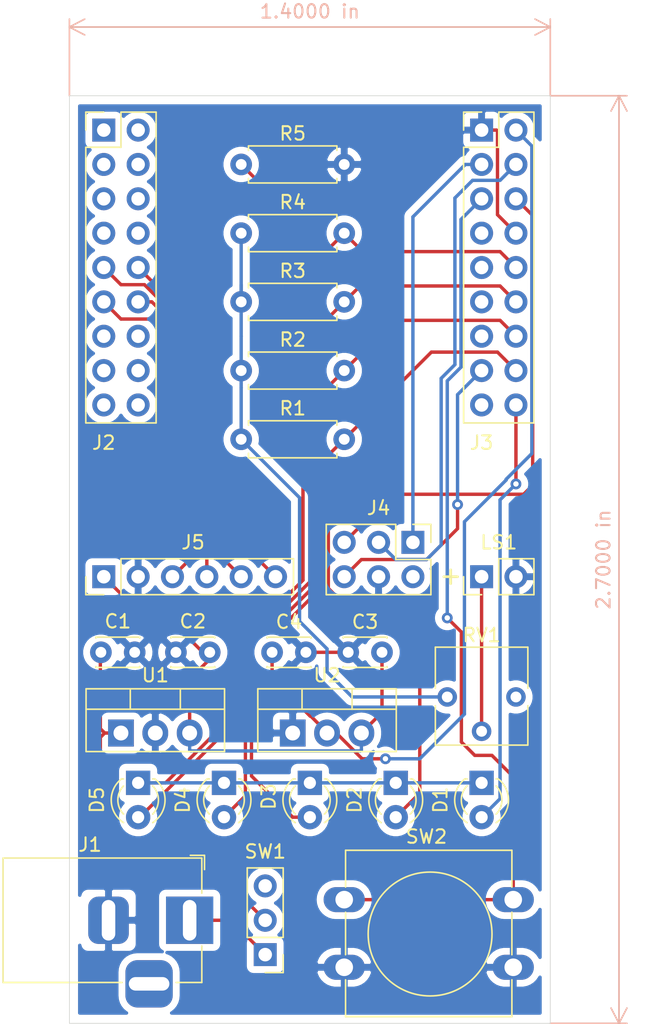
<source format=kicad_pcb>
(kicad_pcb (version 20171130) (host pcbnew "(5.1.5-0)")

  (general
    (thickness 1.6)
    (drawings 11)
    (tracks 181)
    (zones 0)
    (modules 25)
    (nets 45)
  )

  (page A4)
  (layers
    (0 F.Cu signal)
    (31 B.Cu signal)
    (32 B.Adhes user)
    (33 F.Adhes user)
    (34 B.Paste user)
    (35 F.Paste user)
    (36 B.SilkS user)
    (37 F.SilkS user)
    (38 B.Mask user)
    (39 F.Mask user)
    (40 Dwgs.User user)
    (41 Cmts.User user)
    (42 Eco1.User user)
    (43 Eco2.User user)
    (44 Edge.Cuts user)
    (45 Margin user)
    (46 B.CrtYd user)
    (47 F.CrtYd user)
    (48 B.Fab user)
    (49 F.Fab user hide)
  )

  (setup
    (last_trace_width 0.25)
    (trace_clearance 0.2)
    (zone_clearance 0.508)
    (zone_45_only no)
    (trace_min 0.2)
    (via_size 0.8)
    (via_drill 0.4)
    (via_min_size 0.4)
    (via_min_drill 0.3)
    (uvia_size 0.3)
    (uvia_drill 0.1)
    (uvias_allowed no)
    (uvia_min_size 0.2)
    (uvia_min_drill 0.1)
    (edge_width 0.05)
    (segment_width 0.2)
    (pcb_text_width 0.3)
    (pcb_text_size 1.5 1.5)
    (mod_edge_width 0.12)
    (mod_text_size 1 1)
    (mod_text_width 0.15)
    (pad_size 1.524 1.524)
    (pad_drill 0.762)
    (pad_to_mask_clearance 0.051)
    (solder_mask_min_width 0.25)
    (aux_axis_origin 0 0)
    (visible_elements FFFFFF7F)
    (pcbplotparams
      (layerselection 0x010fc_ffffffff)
      (usegerberextensions false)
      (usegerberattributes false)
      (usegerberadvancedattributes false)
      (creategerberjobfile false)
      (excludeedgelayer true)
      (linewidth 0.100000)
      (plotframeref false)
      (viasonmask false)
      (mode 1)
      (useauxorigin false)
      (hpglpennumber 1)
      (hpglpenspeed 20)
      (hpglpendiameter 15.000000)
      (psnegative false)
      (psa4output false)
      (plotreference true)
      (plotvalue true)
      (plotinvisibletext false)
      (padsonsilk false)
      (subtractmaskfromsilk false)
      (outputformat 1)
      (mirror false)
      (drillshape 0)
      (scaleselection 1)
      (outputdirectory "gerber"))
  )

  (net 0 "")
  (net 1 /CHAN1)
  (net 2 "Net-(D1-Pad1)")
  (net 3 /CHAN2)
  (net 4 /CHAN3)
  (net 5 /CHAN4)
  (net 6 /STATUS)
  (net 7 GND)
  (net 8 "Net-(J1-Pad1)")
  (net 9 "Net-(J2-Pad18)")
  (net 10 "Net-(J2-Pad17)")
  (net 11 "Net-(J2-Pad16)")
  (net 12 "Net-(J2-Pad15)")
  (net 13 "Net-(J2-Pad14)")
  (net 14 "Net-(J2-Pad13)")
  (net 15 "Net-(J2-Pad8)")
  (net 16 "Net-(J2-Pad7)")
  (net 17 "Net-(J2-Pad6)")
  (net 18 "Net-(J2-Pad5)")
  (net 19 "Net-(J2-Pad4)")
  (net 20 "Net-(J2-Pad3)")
  (net 21 "Net-(J2-Pad2)")
  (net 22 "Net-(J2-Pad1)")
  (net 23 "Net-(J3-Pad17)")
  (net 24 /BOOT)
  (net 25 /LATCH)
  (net 26 /DISABLE)
  (net 27 /CLOCK)
  (net 28 /DATA)
  (net 29 /RXD)
  (net 30 /BUTTON)
  (net 31 /TXD)
  (net 32 /EN)
  (net 33 +3V3)
  (net 34 "Net-(J4-Pad2)")
  (net 35 +5V)
  (net 36 "Net-(LS1-Pad1)")
  (net 37 "Net-(R1-Pad1)")
  (net 38 "Net-(RV1-Pad3)")
  (net 39 "Net-(J1-Pad3)")
  (net 40 "Net-(J3-Pad13)")
  (net 41 "Net-(J3-Pad11)")
  (net 42 "Net-(J3-Pad9)")
  (net 43 "Net-(J3-Pad7)")
  (net 44 "Net-(C1-Pad2)")

  (net_class Default "This is the default net class."
    (clearance 0.2)
    (trace_width 0.25)
    (via_dia 0.8)
    (via_drill 0.4)
    (uvia_dia 0.3)
    (uvia_drill 0.1)
    (add_net +3V3)
    (add_net +5V)
    (add_net /BOOT)
    (add_net /BUTTON)
    (add_net /CHAN1)
    (add_net /CHAN2)
    (add_net /CHAN3)
    (add_net /CHAN4)
    (add_net /CLOCK)
    (add_net /DATA)
    (add_net /DISABLE)
    (add_net /EN)
    (add_net /LATCH)
    (add_net /RXD)
    (add_net /STATUS)
    (add_net /TXD)
    (add_net GND)
    (add_net "Net-(C1-Pad2)")
    (add_net "Net-(D1-Pad1)")
    (add_net "Net-(J1-Pad1)")
    (add_net "Net-(J1-Pad3)")
    (add_net "Net-(J2-Pad1)")
    (add_net "Net-(J2-Pad13)")
    (add_net "Net-(J2-Pad14)")
    (add_net "Net-(J2-Pad15)")
    (add_net "Net-(J2-Pad16)")
    (add_net "Net-(J2-Pad17)")
    (add_net "Net-(J2-Pad18)")
    (add_net "Net-(J2-Pad2)")
    (add_net "Net-(J2-Pad3)")
    (add_net "Net-(J2-Pad4)")
    (add_net "Net-(J2-Pad5)")
    (add_net "Net-(J2-Pad6)")
    (add_net "Net-(J2-Pad7)")
    (add_net "Net-(J2-Pad8)")
    (add_net "Net-(J3-Pad11)")
    (add_net "Net-(J3-Pad13)")
    (add_net "Net-(J3-Pad17)")
    (add_net "Net-(J3-Pad7)")
    (add_net "Net-(J3-Pad9)")
    (add_net "Net-(J4-Pad2)")
    (add_net "Net-(LS1-Pad1)")
    (add_net "Net-(R1-Pad1)")
    (add_net "Net-(RV1-Pad3)")
  )

  (module LED_THT:LED_D3.0mm (layer F.Cu) (tedit 587A3A7B) (tstamp 61B67A51)
    (at 132.08 127 270)
    (descr "LED, diameter 3.0mm, 2 pins")
    (tags "LED diameter 3.0mm 2 pins")
    (path /61B97343)
    (fp_text reference D1 (at 1.27 3.048 90) (layer F.SilkS)
      (effects (font (size 1 1) (thickness 0.15)))
    )
    (fp_text value LED (at 1.27 2.96 90) (layer F.Fab)
      (effects (font (size 1 1) (thickness 0.15)))
    )
    (fp_line (start 3.7 -2.25) (end -1.15 -2.25) (layer F.CrtYd) (width 0.05))
    (fp_line (start 3.7 2.25) (end 3.7 -2.25) (layer F.CrtYd) (width 0.05))
    (fp_line (start -1.15 2.25) (end 3.7 2.25) (layer F.CrtYd) (width 0.05))
    (fp_line (start -1.15 -2.25) (end -1.15 2.25) (layer F.CrtYd) (width 0.05))
    (fp_line (start -0.29 1.08) (end -0.29 1.236) (layer F.SilkS) (width 0.12))
    (fp_line (start -0.29 -1.236) (end -0.29 -1.08) (layer F.SilkS) (width 0.12))
    (fp_line (start -0.23 -1.16619) (end -0.23 1.16619) (layer F.Fab) (width 0.1))
    (fp_circle (center 1.27 0) (end 2.77 0) (layer F.Fab) (width 0.1))
    (fp_arc (start 1.27 0) (end 0.229039 1.08) (angle -87.9) (layer F.SilkS) (width 0.12))
    (fp_arc (start 1.27 0) (end 0.229039 -1.08) (angle 87.9) (layer F.SilkS) (width 0.12))
    (fp_arc (start 1.27 0) (end -0.29 1.235516) (angle -108.8) (layer F.SilkS) (width 0.12))
    (fp_arc (start 1.27 0) (end -0.29 -1.235516) (angle 108.8) (layer F.SilkS) (width 0.12))
    (fp_arc (start 1.27 0) (end -0.23 -1.16619) (angle 284.3) (layer F.Fab) (width 0.1))
    (pad 2 thru_hole circle (at 2.54 0 270) (size 1.8 1.8) (drill 0.9) (layers *.Cu *.Mask)
      (net 6 /STATUS))
    (pad 1 thru_hole rect (at 0 0 270) (size 1.8 1.8) (drill 0.9) (layers *.Cu *.Mask)
      (net 2 "Net-(D1-Pad1)"))
    (model ${KISYS3DMOD}/LED_THT.3dshapes/LED_D3.0mm.wrl
      (at (xyz 0 0 0))
      (scale (xyz 1 1 1))
      (rotate (xyz 0 0 0))
    )
  )

  (module LED_THT:LED_D3.0mm (layer F.Cu) (tedit 587A3A7B) (tstamp 61B6AD3B)
    (at 106.68 127 270)
    (descr "LED, diameter 3.0mm, 2 pins")
    (tags "LED diameter 3.0mm 2 pins")
    (path /61B627D1)
    (fp_text reference D5 (at 1.27 3.048 90) (layer F.SilkS)
      (effects (font (size 1 1) (thickness 0.15)))
    )
    (fp_text value LED (at 1.27 2.96 90) (layer F.Fab)
      (effects (font (size 1 1) (thickness 0.15)))
    )
    (fp_line (start 3.7 -2.25) (end -1.15 -2.25) (layer F.CrtYd) (width 0.05))
    (fp_line (start 3.7 2.25) (end 3.7 -2.25) (layer F.CrtYd) (width 0.05))
    (fp_line (start -1.15 2.25) (end 3.7 2.25) (layer F.CrtYd) (width 0.05))
    (fp_line (start -1.15 -2.25) (end -1.15 2.25) (layer F.CrtYd) (width 0.05))
    (fp_line (start -0.29 1.08) (end -0.29 1.236) (layer F.SilkS) (width 0.12))
    (fp_line (start -0.29 -1.236) (end -0.29 -1.08) (layer F.SilkS) (width 0.12))
    (fp_line (start -0.23 -1.16619) (end -0.23 1.16619) (layer F.Fab) (width 0.1))
    (fp_circle (center 1.27 0) (end 2.77 0) (layer F.Fab) (width 0.1))
    (fp_arc (start 1.27 0) (end 0.229039 1.08) (angle -87.9) (layer F.SilkS) (width 0.12))
    (fp_arc (start 1.27 0) (end 0.229039 -1.08) (angle 87.9) (layer F.SilkS) (width 0.12))
    (fp_arc (start 1.27 0) (end -0.29 1.235516) (angle -108.8) (layer F.SilkS) (width 0.12))
    (fp_arc (start 1.27 0) (end -0.29 -1.235516) (angle 108.8) (layer F.SilkS) (width 0.12))
    (fp_arc (start 1.27 0) (end -0.23 -1.16619) (angle 284.3) (layer F.Fab) (width 0.1))
    (pad 2 thru_hole circle (at 2.54 0 270) (size 1.8 1.8) (drill 0.9) (layers *.Cu *.Mask)
      (net 5 /CHAN4))
    (pad 1 thru_hole rect (at 0 0 270) (size 1.8 1.8) (drill 0.9) (layers *.Cu *.Mask)
      (net 2 "Net-(D1-Pad1)"))
    (model ${KISYS3DMOD}/LED_THT.3dshapes/LED_D3.0mm.wrl
      (at (xyz 0 0 0))
      (scale (xyz 1 1 1))
      (rotate (xyz 0 0 0))
    )
  )

  (module LED_THT:LED_D3.0mm (layer F.Cu) (tedit 587A3A7B) (tstamp 61B6AD96)
    (at 113.03 127 270)
    (descr "LED, diameter 3.0mm, 2 pins")
    (tags "LED diameter 3.0mm 2 pins")
    (path /61B61BCE)
    (fp_text reference D4 (at 1.27 3.048 90) (layer F.SilkS)
      (effects (font (size 1 1) (thickness 0.15)))
    )
    (fp_text value LED (at 1.27 2.96 90) (layer F.Fab)
      (effects (font (size 1 1) (thickness 0.15)))
    )
    (fp_line (start 3.7 -2.25) (end -1.15 -2.25) (layer F.CrtYd) (width 0.05))
    (fp_line (start 3.7 2.25) (end 3.7 -2.25) (layer F.CrtYd) (width 0.05))
    (fp_line (start -1.15 2.25) (end 3.7 2.25) (layer F.CrtYd) (width 0.05))
    (fp_line (start -1.15 -2.25) (end -1.15 2.25) (layer F.CrtYd) (width 0.05))
    (fp_line (start -0.29 1.08) (end -0.29 1.236) (layer F.SilkS) (width 0.12))
    (fp_line (start -0.29 -1.236) (end -0.29 -1.08) (layer F.SilkS) (width 0.12))
    (fp_line (start -0.23 -1.16619) (end -0.23 1.16619) (layer F.Fab) (width 0.1))
    (fp_circle (center 1.27 0) (end 2.77 0) (layer F.Fab) (width 0.1))
    (fp_arc (start 1.27 0) (end 0.229039 1.08) (angle -87.9) (layer F.SilkS) (width 0.12))
    (fp_arc (start 1.27 0) (end 0.229039 -1.08) (angle 87.9) (layer F.SilkS) (width 0.12))
    (fp_arc (start 1.27 0) (end -0.29 1.235516) (angle -108.8) (layer F.SilkS) (width 0.12))
    (fp_arc (start 1.27 0) (end -0.29 -1.235516) (angle 108.8) (layer F.SilkS) (width 0.12))
    (fp_arc (start 1.27 0) (end -0.23 -1.16619) (angle 284.3) (layer F.Fab) (width 0.1))
    (pad 2 thru_hole circle (at 2.54 0 270) (size 1.8 1.8) (drill 0.9) (layers *.Cu *.Mask)
      (net 4 /CHAN3))
    (pad 1 thru_hole rect (at 0 0 270) (size 1.8 1.8) (drill 0.9) (layers *.Cu *.Mask)
      (net 2 "Net-(D1-Pad1)"))
    (model ${KISYS3DMOD}/LED_THT.3dshapes/LED_D3.0mm.wrl
      (at (xyz 0 0 0))
      (scale (xyz 1 1 1))
      (rotate (xyz 0 0 0))
    )
  )

  (module LED_THT:LED_D3.0mm (layer F.Cu) (tedit 587A3A7B) (tstamp 61B679AF)
    (at 119.38 127 270)
    (descr "LED, diameter 3.0mm, 2 pins")
    (tags "LED diameter 3.0mm 2 pins")
    (path /61B5804B)
    (fp_text reference D3 (at 1.016 3.048 90) (layer F.SilkS)
      (effects (font (size 1 1) (thickness 0.15)))
    )
    (fp_text value LED (at 1.27 2.96 90) (layer F.Fab)
      (effects (font (size 1 1) (thickness 0.15)))
    )
    (fp_line (start 3.7 -2.25) (end -1.15 -2.25) (layer F.CrtYd) (width 0.05))
    (fp_line (start 3.7 2.25) (end 3.7 -2.25) (layer F.CrtYd) (width 0.05))
    (fp_line (start -1.15 2.25) (end 3.7 2.25) (layer F.CrtYd) (width 0.05))
    (fp_line (start -1.15 -2.25) (end -1.15 2.25) (layer F.CrtYd) (width 0.05))
    (fp_line (start -0.29 1.08) (end -0.29 1.236) (layer F.SilkS) (width 0.12))
    (fp_line (start -0.29 -1.236) (end -0.29 -1.08) (layer F.SilkS) (width 0.12))
    (fp_line (start -0.23 -1.16619) (end -0.23 1.16619) (layer F.Fab) (width 0.1))
    (fp_circle (center 1.27 0) (end 2.77 0) (layer F.Fab) (width 0.1))
    (fp_arc (start 1.27 0) (end 0.229039 1.08) (angle -87.9) (layer F.SilkS) (width 0.12))
    (fp_arc (start 1.27 0) (end 0.229039 -1.08) (angle 87.9) (layer F.SilkS) (width 0.12))
    (fp_arc (start 1.27 0) (end -0.29 1.235516) (angle -108.8) (layer F.SilkS) (width 0.12))
    (fp_arc (start 1.27 0) (end -0.29 -1.235516) (angle 108.8) (layer F.SilkS) (width 0.12))
    (fp_arc (start 1.27 0) (end -0.23 -1.16619) (angle 284.3) (layer F.Fab) (width 0.1))
    (pad 2 thru_hole circle (at 2.54 0 270) (size 1.8 1.8) (drill 0.9) (layers *.Cu *.Mask)
      (net 3 /CHAN2))
    (pad 1 thru_hole rect (at 0 0 270) (size 1.8 1.8) (drill 0.9) (layers *.Cu *.Mask)
      (net 2 "Net-(D1-Pad1)"))
    (model ${KISYS3DMOD}/LED_THT.3dshapes/LED_D3.0mm.wrl
      (at (xyz 0 0 0))
      (scale (xyz 1 1 1))
      (rotate (xyz 0 0 0))
    )
  )

  (module LED_THT:LED_D3.0mm (layer F.Cu) (tedit 587A3A7B) (tstamp 61B67979)
    (at 125.73 127 270)
    (descr "LED, diameter 3.0mm, 2 pins")
    (tags "LED diameter 3.0mm 2 pins")
    (path /61B643C0)
    (fp_text reference D2 (at 1.27 3.048 90) (layer F.SilkS)
      (effects (font (size 1 1) (thickness 0.15)))
    )
    (fp_text value LED (at 1.27 2.96 90) (layer F.Fab)
      (effects (font (size 1 1) (thickness 0.15)))
    )
    (fp_line (start 3.7 -2.25) (end -1.15 -2.25) (layer F.CrtYd) (width 0.05))
    (fp_line (start 3.7 2.25) (end 3.7 -2.25) (layer F.CrtYd) (width 0.05))
    (fp_line (start -1.15 2.25) (end 3.7 2.25) (layer F.CrtYd) (width 0.05))
    (fp_line (start -1.15 -2.25) (end -1.15 2.25) (layer F.CrtYd) (width 0.05))
    (fp_line (start -0.29 1.08) (end -0.29 1.236) (layer F.SilkS) (width 0.12))
    (fp_line (start -0.29 -1.236) (end -0.29 -1.08) (layer F.SilkS) (width 0.12))
    (fp_line (start -0.23 -1.16619) (end -0.23 1.16619) (layer F.Fab) (width 0.1))
    (fp_circle (center 1.27 0) (end 2.77 0) (layer F.Fab) (width 0.1))
    (fp_arc (start 1.27 0) (end 0.229039 1.08) (angle -87.9) (layer F.SilkS) (width 0.12))
    (fp_arc (start 1.27 0) (end 0.229039 -1.08) (angle 87.9) (layer F.SilkS) (width 0.12))
    (fp_arc (start 1.27 0) (end -0.29 1.235516) (angle -108.8) (layer F.SilkS) (width 0.12))
    (fp_arc (start 1.27 0) (end -0.29 -1.235516) (angle 108.8) (layer F.SilkS) (width 0.12))
    (fp_arc (start 1.27 0) (end -0.23 -1.16619) (angle 284.3) (layer F.Fab) (width 0.1))
    (pad 2 thru_hole circle (at 2.54 0 270) (size 1.8 1.8) (drill 0.9) (layers *.Cu *.Mask)
      (net 1 /CHAN1))
    (pad 1 thru_hole rect (at 0 0 270) (size 1.8 1.8) (drill 0.9) (layers *.Cu *.Mask)
      (net 2 "Net-(D1-Pad1)"))
    (model ${KISYS3DMOD}/LED_THT.3dshapes/LED_D3.0mm.wrl
      (at (xyz 0 0 0))
      (scale (xyz 1 1 1))
      (rotate (xyz 0 0 0))
    )
  )

  (module Resistor_THT:R_Axial_DIN0207_L6.3mm_D2.5mm_P7.62mm_Horizontal (layer F.Cu) (tedit 5AE5139B) (tstamp 61B5BCE1)
    (at 121.92 86.36 180)
    (descr "Resistor, Axial_DIN0207 series, Axial, Horizontal, pin pitch=7.62mm, 0.25W = 1/4W, length*diameter=6.3*2.5mm^2, http://cdn-reichelt.de/documents/datenblatt/B400/1_4W%23YAG.pdf")
    (tags "Resistor Axial_DIN0207 series Axial Horizontal pin pitch 7.62mm 0.25W = 1/4W length 6.3mm diameter 2.5mm")
    (path /61B627D7)
    (fp_text reference R4 (at 3.81 2.286) (layer F.SilkS)
      (effects (font (size 1 1) (thickness 0.15)))
    )
    (fp_text value 50 (at 3.81 1.92) (layer F.Fab)
      (effects (font (size 1 1) (thickness 0.15)))
    )
    (fp_text user %R (at 3.81 0) (layer F.Fab)
      (effects (font (size 0.72 0.72) (thickness 0.108)))
    )
    (fp_line (start 8.67 -1.5) (end -1.05 -1.5) (layer F.CrtYd) (width 0.05))
    (fp_line (start 8.67 1.5) (end 8.67 -1.5) (layer F.CrtYd) (width 0.05))
    (fp_line (start -1.05 1.5) (end 8.67 1.5) (layer F.CrtYd) (width 0.05))
    (fp_line (start -1.05 -1.5) (end -1.05 1.5) (layer F.CrtYd) (width 0.05))
    (fp_line (start 7.08 1.37) (end 7.08 1.04) (layer F.SilkS) (width 0.12))
    (fp_line (start 0.54 1.37) (end 7.08 1.37) (layer F.SilkS) (width 0.12))
    (fp_line (start 0.54 1.04) (end 0.54 1.37) (layer F.SilkS) (width 0.12))
    (fp_line (start 7.08 -1.37) (end 7.08 -1.04) (layer F.SilkS) (width 0.12))
    (fp_line (start 0.54 -1.37) (end 7.08 -1.37) (layer F.SilkS) (width 0.12))
    (fp_line (start 0.54 -1.04) (end 0.54 -1.37) (layer F.SilkS) (width 0.12))
    (fp_line (start 7.62 0) (end 6.96 0) (layer F.Fab) (width 0.1))
    (fp_line (start 0 0) (end 0.66 0) (layer F.Fab) (width 0.1))
    (fp_line (start 6.96 -1.25) (end 0.66 -1.25) (layer F.Fab) (width 0.1))
    (fp_line (start 6.96 1.25) (end 6.96 -1.25) (layer F.Fab) (width 0.1))
    (fp_line (start 0.66 1.25) (end 6.96 1.25) (layer F.Fab) (width 0.1))
    (fp_line (start 0.66 -1.25) (end 0.66 1.25) (layer F.Fab) (width 0.1))
    (pad 2 thru_hole oval (at 7.62 0 180) (size 1.6 1.6) (drill 0.8) (layers *.Cu *.Mask)
      (net 37 "Net-(R1-Pad1)"))
    (pad 1 thru_hole circle (at 0 0 180) (size 1.6 1.6) (drill 0.8) (layers *.Cu *.Mask)
      (net 5 /CHAN4))
    (model ${KISYS3DMOD}/Resistor_THT.3dshapes/R_Axial_DIN0207_L6.3mm_D2.5mm_P7.62mm_Horizontal.wrl
      (at (xyz 0 0 0))
      (scale (xyz 1 1 1))
      (rotate (xyz 0 0 0))
    )
  )

  (module Resistor_THT:R_Axial_DIN0207_L6.3mm_D2.5mm_P7.62mm_Horizontal (layer F.Cu) (tedit 5AE5139B) (tstamp 61B585E9)
    (at 114.3 91.44)
    (descr "Resistor, Axial_DIN0207 series, Axial, Horizontal, pin pitch=7.62mm, 0.25W = 1/4W, length*diameter=6.3*2.5mm^2, http://cdn-reichelt.de/documents/datenblatt/B400/1_4W%23YAG.pdf")
    (tags "Resistor Axial_DIN0207 series Axial Horizontal pin pitch 7.62mm 0.25W = 1/4W length 6.3mm diameter 2.5mm")
    (path /61B61BD4)
    (fp_text reference R3 (at 3.81 -2.286) (layer F.SilkS)
      (effects (font (size 1 1) (thickness 0.15)))
    )
    (fp_text value 50 (at 3.81 1.92) (layer F.Fab)
      (effects (font (size 1 1) (thickness 0.15)))
    )
    (fp_text user %R (at 3.81 0) (layer F.Fab)
      (effects (font (size 0.72 0.72) (thickness 0.108)))
    )
    (fp_line (start 8.67 -1.5) (end -1.05 -1.5) (layer F.CrtYd) (width 0.05))
    (fp_line (start 8.67 1.5) (end 8.67 -1.5) (layer F.CrtYd) (width 0.05))
    (fp_line (start -1.05 1.5) (end 8.67 1.5) (layer F.CrtYd) (width 0.05))
    (fp_line (start -1.05 -1.5) (end -1.05 1.5) (layer F.CrtYd) (width 0.05))
    (fp_line (start 7.08 1.37) (end 7.08 1.04) (layer F.SilkS) (width 0.12))
    (fp_line (start 0.54 1.37) (end 7.08 1.37) (layer F.SilkS) (width 0.12))
    (fp_line (start 0.54 1.04) (end 0.54 1.37) (layer F.SilkS) (width 0.12))
    (fp_line (start 7.08 -1.37) (end 7.08 -1.04) (layer F.SilkS) (width 0.12))
    (fp_line (start 0.54 -1.37) (end 7.08 -1.37) (layer F.SilkS) (width 0.12))
    (fp_line (start 0.54 -1.04) (end 0.54 -1.37) (layer F.SilkS) (width 0.12))
    (fp_line (start 7.62 0) (end 6.96 0) (layer F.Fab) (width 0.1))
    (fp_line (start 0 0) (end 0.66 0) (layer F.Fab) (width 0.1))
    (fp_line (start 6.96 -1.25) (end 0.66 -1.25) (layer F.Fab) (width 0.1))
    (fp_line (start 6.96 1.25) (end 6.96 -1.25) (layer F.Fab) (width 0.1))
    (fp_line (start 0.66 1.25) (end 6.96 1.25) (layer F.Fab) (width 0.1))
    (fp_line (start 0.66 -1.25) (end 0.66 1.25) (layer F.Fab) (width 0.1))
    (pad 2 thru_hole oval (at 7.62 0) (size 1.6 1.6) (drill 0.8) (layers *.Cu *.Mask)
      (net 4 /CHAN3))
    (pad 1 thru_hole circle (at 0 0) (size 1.6 1.6) (drill 0.8) (layers *.Cu *.Mask)
      (net 37 "Net-(R1-Pad1)"))
    (model ${KISYS3DMOD}/Resistor_THT.3dshapes/R_Axial_DIN0207_L6.3mm_D2.5mm_P7.62mm_Horizontal.wrl
      (at (xyz 0 0 0))
      (scale (xyz 1 1 1))
      (rotate (xyz 0 0 0))
    )
  )

  (module Resistor_THT:R_Axial_DIN0207_L6.3mm_D2.5mm_P7.62mm_Horizontal (layer F.Cu) (tedit 5AE5139B) (tstamp 61B6733D)
    (at 114.3 81.28)
    (descr "Resistor, Axial_DIN0207 series, Axial, Horizontal, pin pitch=7.62mm, 0.25W = 1/4W, length*diameter=6.3*2.5mm^2, http://cdn-reichelt.de/documents/datenblatt/B400/1_4W%23YAG.pdf")
    (tags "Resistor Axial_DIN0207 series Axial Horizontal pin pitch 7.62mm 0.25W = 1/4W length 6.3mm diameter 2.5mm")
    (path /61B56CE7)
    (fp_text reference R5 (at 3.81 -2.286) (layer F.SilkS)
      (effects (font (size 1 1) (thickness 0.15)))
    )
    (fp_text value 100 (at 3.81 1.92) (layer F.Fab)
      (effects (font (size 1 1) (thickness 0.15)))
    )
    (fp_text user %R (at 3.81 0) (layer F.Fab)
      (effects (font (size 0.72 0.72) (thickness 0.108)))
    )
    (fp_line (start 8.67 -1.5) (end -1.05 -1.5) (layer F.CrtYd) (width 0.05))
    (fp_line (start 8.67 1.5) (end 8.67 -1.5) (layer F.CrtYd) (width 0.05))
    (fp_line (start -1.05 1.5) (end 8.67 1.5) (layer F.CrtYd) (width 0.05))
    (fp_line (start -1.05 -1.5) (end -1.05 1.5) (layer F.CrtYd) (width 0.05))
    (fp_line (start 7.08 1.37) (end 7.08 1.04) (layer F.SilkS) (width 0.12))
    (fp_line (start 0.54 1.37) (end 7.08 1.37) (layer F.SilkS) (width 0.12))
    (fp_line (start 0.54 1.04) (end 0.54 1.37) (layer F.SilkS) (width 0.12))
    (fp_line (start 7.08 -1.37) (end 7.08 -1.04) (layer F.SilkS) (width 0.12))
    (fp_line (start 0.54 -1.37) (end 7.08 -1.37) (layer F.SilkS) (width 0.12))
    (fp_line (start 0.54 -1.04) (end 0.54 -1.37) (layer F.SilkS) (width 0.12))
    (fp_line (start 7.62 0) (end 6.96 0) (layer F.Fab) (width 0.1))
    (fp_line (start 0 0) (end 0.66 0) (layer F.Fab) (width 0.1))
    (fp_line (start 6.96 -1.25) (end 0.66 -1.25) (layer F.Fab) (width 0.1))
    (fp_line (start 6.96 1.25) (end 6.96 -1.25) (layer F.Fab) (width 0.1))
    (fp_line (start 0.66 1.25) (end 6.96 1.25) (layer F.Fab) (width 0.1))
    (fp_line (start 0.66 -1.25) (end 0.66 1.25) (layer F.Fab) (width 0.1))
    (pad 2 thru_hole oval (at 7.62 0) (size 1.6 1.6) (drill 0.8) (layers *.Cu *.Mask)
      (net 7 GND))
    (pad 1 thru_hole circle (at 0 0) (size 1.6 1.6) (drill 0.8) (layers *.Cu *.Mask)
      (net 2 "Net-(D1-Pad1)"))
    (model ${KISYS3DMOD}/Resistor_THT.3dshapes/R_Axial_DIN0207_L6.3mm_D2.5mm_P7.62mm_Horizontal.wrl
      (at (xyz 0 0 0))
      (scale (xyz 1 1 1))
      (rotate (xyz 0 0 0))
    )
  )

  (module Resistor_THT:R_Axial_DIN0207_L6.3mm_D2.5mm_P7.62mm_Horizontal (layer F.Cu) (tedit 5AE5139B) (tstamp 61B585BB)
    (at 114.3 96.52)
    (descr "Resistor, Axial_DIN0207 series, Axial, Horizontal, pin pitch=7.62mm, 0.25W = 1/4W, length*diameter=6.3*2.5mm^2, http://cdn-reichelt.de/documents/datenblatt/B400/1_4W%23YAG.pdf")
    (tags "Resistor Axial_DIN0207 series Axial Horizontal pin pitch 7.62mm 0.25W = 1/4W length 6.3mm diameter 2.5mm")
    (path /61B5D969)
    (fp_text reference R2 (at 3.81 -2.286) (layer F.SilkS)
      (effects (font (size 1 1) (thickness 0.15)))
    )
    (fp_text value 50 (at 3.81 1.92) (layer F.Fab)
      (effects (font (size 1 1) (thickness 0.15)))
    )
    (fp_text user %R (at 3.81 0) (layer F.Fab)
      (effects (font (size 0.72 0.72) (thickness 0.108)))
    )
    (fp_line (start 8.67 -1.5) (end -1.05 -1.5) (layer F.CrtYd) (width 0.05))
    (fp_line (start 8.67 1.5) (end 8.67 -1.5) (layer F.CrtYd) (width 0.05))
    (fp_line (start -1.05 1.5) (end 8.67 1.5) (layer F.CrtYd) (width 0.05))
    (fp_line (start -1.05 -1.5) (end -1.05 1.5) (layer F.CrtYd) (width 0.05))
    (fp_line (start 7.08 1.37) (end 7.08 1.04) (layer F.SilkS) (width 0.12))
    (fp_line (start 0.54 1.37) (end 7.08 1.37) (layer F.SilkS) (width 0.12))
    (fp_line (start 0.54 1.04) (end 0.54 1.37) (layer F.SilkS) (width 0.12))
    (fp_line (start 7.08 -1.37) (end 7.08 -1.04) (layer F.SilkS) (width 0.12))
    (fp_line (start 0.54 -1.37) (end 7.08 -1.37) (layer F.SilkS) (width 0.12))
    (fp_line (start 0.54 -1.04) (end 0.54 -1.37) (layer F.SilkS) (width 0.12))
    (fp_line (start 7.62 0) (end 6.96 0) (layer F.Fab) (width 0.1))
    (fp_line (start 0 0) (end 0.66 0) (layer F.Fab) (width 0.1))
    (fp_line (start 6.96 -1.25) (end 0.66 -1.25) (layer F.Fab) (width 0.1))
    (fp_line (start 6.96 1.25) (end 6.96 -1.25) (layer F.Fab) (width 0.1))
    (fp_line (start 0.66 1.25) (end 6.96 1.25) (layer F.Fab) (width 0.1))
    (fp_line (start 0.66 -1.25) (end 0.66 1.25) (layer F.Fab) (width 0.1))
    (pad 2 thru_hole oval (at 7.62 0) (size 1.6 1.6) (drill 0.8) (layers *.Cu *.Mask)
      (net 3 /CHAN2))
    (pad 1 thru_hole circle (at 0 0) (size 1.6 1.6) (drill 0.8) (layers *.Cu *.Mask)
      (net 37 "Net-(R1-Pad1)"))
    (model ${KISYS3DMOD}/Resistor_THT.3dshapes/R_Axial_DIN0207_L6.3mm_D2.5mm_P7.62mm_Horizontal.wrl
      (at (xyz 0 0 0))
      (scale (xyz 1 1 1))
      (rotate (xyz 0 0 0))
    )
  )

  (module Resistor_THT:R_Axial_DIN0207_L6.3mm_D2.5mm_P7.62mm_Horizontal (layer F.Cu) (tedit 5AE5139B) (tstamp 61B5BB0C)
    (at 114.3 101.6)
    (descr "Resistor, Axial_DIN0207 series, Axial, Horizontal, pin pitch=7.62mm, 0.25W = 1/4W, length*diameter=6.3*2.5mm^2, http://cdn-reichelt.de/documents/datenblatt/B400/1_4W%23YAG.pdf")
    (tags "Resistor Axial_DIN0207 series Axial Horizontal pin pitch 7.62mm 0.25W = 1/4W length 6.3mm diameter 2.5mm")
    (path /61B643C6)
    (fp_text reference R1 (at 3.81 -2.286) (layer F.SilkS)
      (effects (font (size 1 1) (thickness 0.15)))
    )
    (fp_text value 50 (at 3.81 1.92) (layer F.Fab)
      (effects (font (size 1 1) (thickness 0.15)))
    )
    (fp_text user %R (at 3.81 0) (layer F.Fab)
      (effects (font (size 0.72 0.72) (thickness 0.108)))
    )
    (fp_line (start 8.67 -1.5) (end -1.05 -1.5) (layer F.CrtYd) (width 0.05))
    (fp_line (start 8.67 1.5) (end 8.67 -1.5) (layer F.CrtYd) (width 0.05))
    (fp_line (start -1.05 1.5) (end 8.67 1.5) (layer F.CrtYd) (width 0.05))
    (fp_line (start -1.05 -1.5) (end -1.05 1.5) (layer F.CrtYd) (width 0.05))
    (fp_line (start 7.08 1.37) (end 7.08 1.04) (layer F.SilkS) (width 0.12))
    (fp_line (start 0.54 1.37) (end 7.08 1.37) (layer F.SilkS) (width 0.12))
    (fp_line (start 0.54 1.04) (end 0.54 1.37) (layer F.SilkS) (width 0.12))
    (fp_line (start 7.08 -1.37) (end 7.08 -1.04) (layer F.SilkS) (width 0.12))
    (fp_line (start 0.54 -1.37) (end 7.08 -1.37) (layer F.SilkS) (width 0.12))
    (fp_line (start 0.54 -1.04) (end 0.54 -1.37) (layer F.SilkS) (width 0.12))
    (fp_line (start 7.62 0) (end 6.96 0) (layer F.Fab) (width 0.1))
    (fp_line (start 0 0) (end 0.66 0) (layer F.Fab) (width 0.1))
    (fp_line (start 6.96 -1.25) (end 0.66 -1.25) (layer F.Fab) (width 0.1))
    (fp_line (start 6.96 1.25) (end 6.96 -1.25) (layer F.Fab) (width 0.1))
    (fp_line (start 0.66 1.25) (end 6.96 1.25) (layer F.Fab) (width 0.1))
    (fp_line (start 0.66 -1.25) (end 0.66 1.25) (layer F.Fab) (width 0.1))
    (pad 2 thru_hole oval (at 7.62 0) (size 1.6 1.6) (drill 0.8) (layers *.Cu *.Mask)
      (net 1 /CHAN1))
    (pad 1 thru_hole circle (at 0 0) (size 1.6 1.6) (drill 0.8) (layers *.Cu *.Mask)
      (net 37 "Net-(R1-Pad1)"))
    (model ${KISYS3DMOD}/Resistor_THT.3dshapes/R_Axial_DIN0207_L6.3mm_D2.5mm_P7.62mm_Horizontal.wrl
      (at (xyz 0 0 0))
      (scale (xyz 1 1 1))
      (rotate (xyz 0 0 0))
    )
  )

  (module Connector_PinHeader_2.54mm:PinHeader_2x09_P2.54mm_Vertical (layer F.Cu) (tedit 59FED5CC) (tstamp 61B615C0)
    (at 104.14 78.74)
    (descr "Through hole straight pin header, 2x09, 2.54mm pitch, double rows")
    (tags "Through hole pin header THT 2x09 2.54mm double row")
    (path /61B53731)
    (fp_text reference J2 (at 0 23.114) (layer F.SilkS)
      (effects (font (size 1 1) (thickness 0.15)))
    )
    (fp_text value Conn_02x09_Odd_Even (at 1.27 22.65) (layer F.Fab)
      (effects (font (size 1 1) (thickness 0.15)))
    )
    (fp_text user %R (at 1.27 10.16 90) (layer F.Fab)
      (effects (font (size 1 1) (thickness 0.15)))
    )
    (fp_line (start 4.35 -1.8) (end -1.8 -1.8) (layer F.CrtYd) (width 0.05))
    (fp_line (start 4.35 22.1) (end 4.35 -1.8) (layer F.CrtYd) (width 0.05))
    (fp_line (start -1.8 22.1) (end 4.35 22.1) (layer F.CrtYd) (width 0.05))
    (fp_line (start -1.8 -1.8) (end -1.8 22.1) (layer F.CrtYd) (width 0.05))
    (fp_line (start -1.33 -1.33) (end 0 -1.33) (layer F.SilkS) (width 0.12))
    (fp_line (start -1.33 0) (end -1.33 -1.33) (layer F.SilkS) (width 0.12))
    (fp_line (start 1.27 -1.33) (end 3.87 -1.33) (layer F.SilkS) (width 0.12))
    (fp_line (start 1.27 1.27) (end 1.27 -1.33) (layer F.SilkS) (width 0.12))
    (fp_line (start -1.33 1.27) (end 1.27 1.27) (layer F.SilkS) (width 0.12))
    (fp_line (start 3.87 -1.33) (end 3.87 21.65) (layer F.SilkS) (width 0.12))
    (fp_line (start -1.33 1.27) (end -1.33 21.65) (layer F.SilkS) (width 0.12))
    (fp_line (start -1.33 21.65) (end 3.87 21.65) (layer F.SilkS) (width 0.12))
    (fp_line (start -1.27 0) (end 0 -1.27) (layer F.Fab) (width 0.1))
    (fp_line (start -1.27 21.59) (end -1.27 0) (layer F.Fab) (width 0.1))
    (fp_line (start 3.81 21.59) (end -1.27 21.59) (layer F.Fab) (width 0.1))
    (fp_line (start 3.81 -1.27) (end 3.81 21.59) (layer F.Fab) (width 0.1))
    (fp_line (start 0 -1.27) (end 3.81 -1.27) (layer F.Fab) (width 0.1))
    (pad 18 thru_hole oval (at 2.54 20.32) (size 1.7 1.7) (drill 1) (layers *.Cu *.Mask)
      (net 9 "Net-(J2-Pad18)"))
    (pad 17 thru_hole oval (at 0 20.32) (size 1.7 1.7) (drill 1) (layers *.Cu *.Mask)
      (net 10 "Net-(J2-Pad17)"))
    (pad 16 thru_hole oval (at 2.54 17.78) (size 1.7 1.7) (drill 1) (layers *.Cu *.Mask)
      (net 11 "Net-(J2-Pad16)"))
    (pad 15 thru_hole oval (at 0 17.78) (size 1.7 1.7) (drill 1) (layers *.Cu *.Mask)
      (net 12 "Net-(J2-Pad15)"))
    (pad 14 thru_hole oval (at 2.54 15.24) (size 1.7 1.7) (drill 1) (layers *.Cu *.Mask)
      (net 13 "Net-(J2-Pad14)"))
    (pad 13 thru_hole oval (at 0 15.24) (size 1.7 1.7) (drill 1) (layers *.Cu *.Mask)
      (net 14 "Net-(J2-Pad13)"))
    (pad 12 thru_hole oval (at 2.54 12.7) (size 1.7 1.7) (drill 1) (layers *.Cu *.Mask)
      (net 27 /CLOCK))
    (pad 11 thru_hole oval (at 0 12.7) (size 1.7 1.7) (drill 1) (layers *.Cu *.Mask)
      (net 28 /DATA))
    (pad 10 thru_hole oval (at 2.54 10.16) (size 1.7 1.7) (drill 1) (layers *.Cu *.Mask)
      (net 25 /LATCH))
    (pad 9 thru_hole oval (at 0 10.16) (size 1.7 1.7) (drill 1) (layers *.Cu *.Mask)
      (net 26 /DISABLE))
    (pad 8 thru_hole oval (at 2.54 7.62) (size 1.7 1.7) (drill 1) (layers *.Cu *.Mask)
      (net 15 "Net-(J2-Pad8)"))
    (pad 7 thru_hole oval (at 0 7.62) (size 1.7 1.7) (drill 1) (layers *.Cu *.Mask)
      (net 16 "Net-(J2-Pad7)"))
    (pad 6 thru_hole oval (at 2.54 5.08) (size 1.7 1.7) (drill 1) (layers *.Cu *.Mask)
      (net 17 "Net-(J2-Pad6)"))
    (pad 5 thru_hole oval (at 0 5.08) (size 1.7 1.7) (drill 1) (layers *.Cu *.Mask)
      (net 18 "Net-(J2-Pad5)"))
    (pad 4 thru_hole oval (at 2.54 2.54) (size 1.7 1.7) (drill 1) (layers *.Cu *.Mask)
      (net 19 "Net-(J2-Pad4)"))
    (pad 3 thru_hole oval (at 0 2.54) (size 1.7 1.7) (drill 1) (layers *.Cu *.Mask)
      (net 20 "Net-(J2-Pad3)"))
    (pad 2 thru_hole oval (at 2.54 0) (size 1.7 1.7) (drill 1) (layers *.Cu *.Mask)
      (net 21 "Net-(J2-Pad2)"))
    (pad 1 thru_hole rect (at 0 0) (size 1.7 1.7) (drill 1) (layers *.Cu *.Mask)
      (net 22 "Net-(J2-Pad1)"))
    (model ${KISYS3DMOD}/Connector_PinHeader_2.54mm.3dshapes/PinHeader_2x09_P2.54mm_Vertical.wrl
      (at (xyz 0 0 0))
      (scale (xyz 1 1 1))
      (rotate (xyz 0 0 0))
    )
  )

  (module Connector_PinHeader_2.54mm:PinHeader_2x09_P2.54mm_Vertical (layer F.Cu) (tedit 59FED5CC) (tstamp 61B591A3)
    (at 132.08 78.74)
    (descr "Through hole straight pin header, 2x09, 2.54mm pitch, double rows")
    (tags "Through hole pin header THT 2x09 2.54mm double row")
    (path /61B525D9)
    (fp_text reference J3 (at 0 23.114 180) (layer F.SilkS)
      (effects (font (size 1 1) (thickness 0.15)))
    )
    (fp_text value Conn_02x09_Odd_Even (at 1.27 22.65) (layer F.Fab)
      (effects (font (size 1 1) (thickness 0.15)))
    )
    (fp_text user %R (at 1.27 10.16 90) (layer F.Fab)
      (effects (font (size 1 1) (thickness 0.15)))
    )
    (fp_line (start 4.35 -1.8) (end -1.8 -1.8) (layer F.CrtYd) (width 0.05))
    (fp_line (start 4.35 22.1) (end 4.35 -1.8) (layer F.CrtYd) (width 0.05))
    (fp_line (start -1.8 22.1) (end 4.35 22.1) (layer F.CrtYd) (width 0.05))
    (fp_line (start -1.8 -1.8) (end -1.8 22.1) (layer F.CrtYd) (width 0.05))
    (fp_line (start -1.33 -1.33) (end 0 -1.33) (layer F.SilkS) (width 0.12))
    (fp_line (start -1.33 0) (end -1.33 -1.33) (layer F.SilkS) (width 0.12))
    (fp_line (start 1.27 -1.33) (end 3.87 -1.33) (layer F.SilkS) (width 0.12))
    (fp_line (start 1.27 1.27) (end 1.27 -1.33) (layer F.SilkS) (width 0.12))
    (fp_line (start -1.33 1.27) (end 1.27 1.27) (layer F.SilkS) (width 0.12))
    (fp_line (start 3.87 -1.33) (end 3.87 21.65) (layer F.SilkS) (width 0.12))
    (fp_line (start -1.33 1.27) (end -1.33 21.65) (layer F.SilkS) (width 0.12))
    (fp_line (start -1.33 21.65) (end 3.87 21.65) (layer F.SilkS) (width 0.12))
    (fp_line (start -1.27 0) (end 0 -1.27) (layer F.Fab) (width 0.1))
    (fp_line (start -1.27 21.59) (end -1.27 0) (layer F.Fab) (width 0.1))
    (fp_line (start 3.81 21.59) (end -1.27 21.59) (layer F.Fab) (width 0.1))
    (fp_line (start 3.81 -1.27) (end 3.81 21.59) (layer F.Fab) (width 0.1))
    (fp_line (start 0 -1.27) (end 3.81 -1.27) (layer F.Fab) (width 0.1))
    (pad 18 thru_hole oval (at 2.54 20.32) (size 1.7 1.7) (drill 1) (layers *.Cu *.Mask)
      (net 6 /STATUS))
    (pad 17 thru_hole oval (at 0 20.32) (size 1.7 1.7) (drill 1) (layers *.Cu *.Mask)
      (net 23 "Net-(J3-Pad17)"))
    (pad 16 thru_hole oval (at 2.54 17.78) (size 1.7 1.7) (drill 1) (layers *.Cu *.Mask)
      (net 1 /CHAN1))
    (pad 15 thru_hole oval (at 0 17.78) (size 1.7 1.7) (drill 1) (layers *.Cu *.Mask)
      (net 24 /BOOT))
    (pad 14 thru_hole oval (at 2.54 15.24) (size 1.7 1.7) (drill 1) (layers *.Cu *.Mask)
      (net 3 /CHAN2))
    (pad 13 thru_hole oval (at 0 15.24) (size 1.7 1.7) (drill 1) (layers *.Cu *.Mask)
      (net 40 "Net-(J3-Pad13)"))
    (pad 12 thru_hole oval (at 2.54 12.7) (size 1.7 1.7) (drill 1) (layers *.Cu *.Mask)
      (net 4 /CHAN3))
    (pad 11 thru_hole oval (at 0 12.7) (size 1.7 1.7) (drill 1) (layers *.Cu *.Mask)
      (net 41 "Net-(J3-Pad11)"))
    (pad 10 thru_hole oval (at 2.54 10.16) (size 1.7 1.7) (drill 1) (layers *.Cu *.Mask)
      (net 5 /CHAN4))
    (pad 9 thru_hole oval (at 0 10.16) (size 1.7 1.7) (drill 1) (layers *.Cu *.Mask)
      (net 42 "Net-(J3-Pad9)"))
    (pad 8 thru_hole oval (at 2.54 7.62) (size 1.7 1.7) (drill 1) (layers *.Cu *.Mask)
      (net 7 GND))
    (pad 7 thru_hole oval (at 0 7.62) (size 1.7 1.7) (drill 1) (layers *.Cu *.Mask)
      (net 43 "Net-(J3-Pad7)"))
    (pad 6 thru_hole oval (at 2.54 5.08) (size 1.7 1.7) (drill 1) (layers *.Cu *.Mask)
      (net 29 /RXD))
    (pad 5 thru_hole oval (at 0 5.08) (size 1.7 1.7) (drill 1) (layers *.Cu *.Mask)
      (net 30 /BUTTON))
    (pad 4 thru_hole oval (at 2.54 2.54) (size 1.7 1.7) (drill 1) (layers *.Cu *.Mask)
      (net 31 /TXD))
    (pad 3 thru_hole oval (at 0 2.54) (size 1.7 1.7) (drill 1) (layers *.Cu *.Mask)
      (net 32 /EN))
    (pad 2 thru_hole oval (at 2.54 0) (size 1.7 1.7) (drill 1) (layers *.Cu *.Mask)
      (net 33 +3V3))
    (pad 1 thru_hole rect (at 0 0) (size 1.7 1.7) (drill 1) (layers *.Cu *.Mask)
      (net 7 GND))
    (model ${KISYS3DMOD}/Connector_PinHeader_2.54mm.3dshapes/PinHeader_2x09_P2.54mm_Vertical.wrl
      (at (xyz 0 0 0))
      (scale (xyz 1 1 1))
      (rotate (xyz 0 0 0))
    )
  )

  (module Button_Switch_THT:SW_PUSH-12mm (layer F.Cu) (tedit 5D160D14) (tstamp 61B5EB2F)
    (at 121.92 135.636)
    (descr "SW PUSH 12mm https://www.e-switch.com/system/asset/product_line/data_sheet/143/TL1100.pdf")
    (tags "tact sw push 12mm")
    (path /61BAD73C)
    (fp_text reference SW2 (at 6.08 -4.66) (layer F.SilkS)
      (effects (font (size 1 1) (thickness 0.15)))
    )
    (fp_text value SW_Push (at 6.62 9.93) (layer F.Fab)
      (effects (font (size 1 1) (thickness 0.15)))
    )
    (fp_line (start 12.4 -3.65) (end 12.4 -0.93) (layer F.SilkS) (width 0.12))
    (fp_line (start 12.4 5.93) (end 12.4 8.65) (layer F.SilkS) (width 0.12))
    (fp_line (start 0.1 4.07) (end 0.1 0.93) (layer F.SilkS) (width 0.12))
    (fp_line (start 0.1 8.65) (end 0.1 5.93) (layer F.SilkS) (width 0.12))
    (fp_line (start 0.25 -3.5) (end 0.25 8.5) (layer F.Fab) (width 0.1))
    (fp_circle (center 6.35 2.54) (end 10.16 5.08) (layer F.SilkS) (width 0.12))
    (fp_line (start 14.25 8.75) (end -1.77 8.75) (layer F.CrtYd) (width 0.05))
    (fp_line (start 14.25 8.75) (end 14.25 -3.75) (layer F.CrtYd) (width 0.05))
    (fp_line (start -1.77 -3.75) (end -1.77 8.75) (layer F.CrtYd) (width 0.05))
    (fp_line (start -1.77 -3.75) (end 14.25 -3.75) (layer F.CrtYd) (width 0.05))
    (fp_line (start 0.1 -0.93) (end 0.1 -3.65) (layer F.SilkS) (width 0.12))
    (fp_line (start 12.4 8.65) (end 0.1 8.65) (layer F.SilkS) (width 0.12))
    (fp_line (start 12.4 0.93) (end 12.4 4.07) (layer F.SilkS) (width 0.12))
    (fp_line (start 0.1 -3.65) (end 12.4 -3.65) (layer F.SilkS) (width 0.12))
    (fp_text user %R (at 6.35 2.54) (layer F.Fab)
      (effects (font (size 1 1) (thickness 0.15)))
    )
    (fp_line (start 12.25 -3.5) (end 12.25 8.5) (layer F.Fab) (width 0.1))
    (fp_line (start 0.25 -3.5) (end 12.25 -3.5) (layer F.Fab) (width 0.1))
    (fp_line (start 0.25 8.5) (end 12.25 8.5) (layer F.Fab) (width 0.1))
    (pad 2 thru_hole oval (at 0 5) (size 3.048 1.85) (drill 1.3) (layers *.Cu *.Mask)
      (net 7 GND))
    (pad 1 thru_hole oval (at 0 0) (size 3.048 1.85) (drill 1.3) (layers *.Cu *.Mask)
      (net 30 /BUTTON))
    (pad 2 thru_hole oval (at 12.5 5) (size 3.048 1.85) (drill 1.3) (layers *.Cu *.Mask)
      (net 7 GND))
    (pad 1 thru_hole oval (at 12.5 0) (size 3.048 1.85) (drill 1.3) (layers *.Cu *.Mask)
      (net 30 /BUTTON))
    (model ${KISYS3DMOD}/Button_Switch_THT.3dshapes/SW_PUSH-12mm.wrl
      (at (xyz 0 0 0))
      (scale (xyz 1 1 1))
      (rotate (xyz 0 0 0))
    )
  )

  (module Capacitor_THT:C_Disc_D3.0mm_W2.0mm_P2.50mm (layer F.Cu) (tedit 5AE50EF0) (tstamp 61B6448A)
    (at 116.586 117.348)
    (descr "C, Disc series, Radial, pin pitch=2.50mm, , diameter*width=3*2mm^2, Capacitor")
    (tags "C Disc series Radial pin pitch 2.50mm  diameter 3mm width 2mm Capacitor")
    (path /61C54540)
    (fp_text reference C4 (at 1.25 -2.25) (layer F.SilkS)
      (effects (font (size 1 1) (thickness 0.15)))
    )
    (fp_text value 10 (at 1.25 2.25) (layer F.Fab)
      (effects (font (size 1 1) (thickness 0.15)))
    )
    (fp_text user %R (at 1.25 0) (layer F.Fab)
      (effects (font (size 0.6 0.6) (thickness 0.09)))
    )
    (fp_line (start 3.55 -1.25) (end -1.05 -1.25) (layer F.CrtYd) (width 0.05))
    (fp_line (start 3.55 1.25) (end 3.55 -1.25) (layer F.CrtYd) (width 0.05))
    (fp_line (start -1.05 1.25) (end 3.55 1.25) (layer F.CrtYd) (width 0.05))
    (fp_line (start -1.05 -1.25) (end -1.05 1.25) (layer F.CrtYd) (width 0.05))
    (fp_line (start 2.87 1.055) (end 2.87 1.12) (layer F.SilkS) (width 0.12))
    (fp_line (start 2.87 -1.12) (end 2.87 -1.055) (layer F.SilkS) (width 0.12))
    (fp_line (start -0.37 1.055) (end -0.37 1.12) (layer F.SilkS) (width 0.12))
    (fp_line (start -0.37 -1.12) (end -0.37 -1.055) (layer F.SilkS) (width 0.12))
    (fp_line (start -0.37 1.12) (end 2.87 1.12) (layer F.SilkS) (width 0.12))
    (fp_line (start -0.37 -1.12) (end 2.87 -1.12) (layer F.SilkS) (width 0.12))
    (fp_line (start 2.75 -1) (end -0.25 -1) (layer F.Fab) (width 0.1))
    (fp_line (start 2.75 1) (end 2.75 -1) (layer F.Fab) (width 0.1))
    (fp_line (start -0.25 1) (end 2.75 1) (layer F.Fab) (width 0.1))
    (fp_line (start -0.25 -1) (end -0.25 1) (layer F.Fab) (width 0.1))
    (pad 2 thru_hole circle (at 2.5 0) (size 1.6 1.6) (drill 0.8) (layers *.Cu *.Mask)
      (net 7 GND))
    (pad 1 thru_hole circle (at 0 0) (size 1.6 1.6) (drill 0.8) (layers *.Cu *.Mask)
      (net 33 +3V3))
    (model ${KISYS3DMOD}/Capacitor_THT.3dshapes/C_Disc_D3.0mm_W2.0mm_P2.50mm.wrl
      (at (xyz 0 0 0))
      (scale (xyz 1 1 1))
      (rotate (xyz 0 0 0))
    )
  )

  (module Capacitor_THT:C_Disc_D3.0mm_W2.0mm_P2.50mm (layer F.Cu) (tedit 5AE50EF0) (tstamp 61B64475)
    (at 122.214 117.348)
    (descr "C, Disc series, Radial, pin pitch=2.50mm, , diameter*width=3*2mm^2, Capacitor")
    (tags "C Disc series Radial pin pitch 2.50mm  diameter 3mm width 2mm Capacitor")
    (path /61C53AA9)
    (fp_text reference C3 (at 1.25 -2.25) (layer F.SilkS)
      (effects (font (size 1 1) (thickness 0.15)))
    )
    (fp_text value 10 (at 1.25 2.25) (layer F.Fab)
      (effects (font (size 1 1) (thickness 0.15)))
    )
    (fp_text user %R (at 1.25 0) (layer F.Fab)
      (effects (font (size 0.6 0.6) (thickness 0.09)))
    )
    (fp_line (start 3.55 -1.25) (end -1.05 -1.25) (layer F.CrtYd) (width 0.05))
    (fp_line (start 3.55 1.25) (end 3.55 -1.25) (layer F.CrtYd) (width 0.05))
    (fp_line (start -1.05 1.25) (end 3.55 1.25) (layer F.CrtYd) (width 0.05))
    (fp_line (start -1.05 -1.25) (end -1.05 1.25) (layer F.CrtYd) (width 0.05))
    (fp_line (start 2.87 1.055) (end 2.87 1.12) (layer F.SilkS) (width 0.12))
    (fp_line (start 2.87 -1.12) (end 2.87 -1.055) (layer F.SilkS) (width 0.12))
    (fp_line (start -0.37 1.055) (end -0.37 1.12) (layer F.SilkS) (width 0.12))
    (fp_line (start -0.37 -1.12) (end -0.37 -1.055) (layer F.SilkS) (width 0.12))
    (fp_line (start -0.37 1.12) (end 2.87 1.12) (layer F.SilkS) (width 0.12))
    (fp_line (start -0.37 -1.12) (end 2.87 -1.12) (layer F.SilkS) (width 0.12))
    (fp_line (start 2.75 -1) (end -0.25 -1) (layer F.Fab) (width 0.1))
    (fp_line (start 2.75 1) (end 2.75 -1) (layer F.Fab) (width 0.1))
    (fp_line (start -0.25 1) (end 2.75 1) (layer F.Fab) (width 0.1))
    (fp_line (start -0.25 -1) (end -0.25 1) (layer F.Fab) (width 0.1))
    (pad 2 thru_hole circle (at 2.5 0) (size 1.6 1.6) (drill 0.8) (layers *.Cu *.Mask)
      (net 35 +5V))
    (pad 1 thru_hole circle (at 0 0) (size 1.6 1.6) (drill 0.8) (layers *.Cu *.Mask)
      (net 7 GND))
    (model ${KISYS3DMOD}/Capacitor_THT.3dshapes/C_Disc_D3.0mm_W2.0mm_P2.50mm.wrl
      (at (xyz 0 0 0))
      (scale (xyz 1 1 1))
      (rotate (xyz 0 0 0))
    )
  )

  (module Capacitor_THT:C_Disc_D3.0mm_W2.0mm_P2.50mm (layer F.Cu) (tedit 5AE50EF0) (tstamp 61B64FC7)
    (at 111.974 117.348 180)
    (descr "C, Disc series, Radial, pin pitch=2.50mm, , diameter*width=3*2mm^2, Capacitor")
    (tags "C Disc series Radial pin pitch 2.50mm  diameter 3mm width 2mm Capacitor")
    (path /61C4ED2E)
    (fp_text reference C2 (at 1.25 2.286) (layer F.SilkS)
      (effects (font (size 1 1) (thickness 0.15)))
    )
    (fp_text value 0.1 (at 1.25 2.25) (layer F.Fab)
      (effects (font (size 1 1) (thickness 0.15)))
    )
    (fp_text user %R (at 1.25 0) (layer F.Fab)
      (effects (font (size 0.6 0.6) (thickness 0.09)))
    )
    (fp_line (start 3.55 -1.25) (end -1.05 -1.25) (layer F.CrtYd) (width 0.05))
    (fp_line (start 3.55 1.25) (end 3.55 -1.25) (layer F.CrtYd) (width 0.05))
    (fp_line (start -1.05 1.25) (end 3.55 1.25) (layer F.CrtYd) (width 0.05))
    (fp_line (start -1.05 -1.25) (end -1.05 1.25) (layer F.CrtYd) (width 0.05))
    (fp_line (start 2.87 1.055) (end 2.87 1.12) (layer F.SilkS) (width 0.12))
    (fp_line (start 2.87 -1.12) (end 2.87 -1.055) (layer F.SilkS) (width 0.12))
    (fp_line (start -0.37 1.055) (end -0.37 1.12) (layer F.SilkS) (width 0.12))
    (fp_line (start -0.37 -1.12) (end -0.37 -1.055) (layer F.SilkS) (width 0.12))
    (fp_line (start -0.37 1.12) (end 2.87 1.12) (layer F.SilkS) (width 0.12))
    (fp_line (start -0.37 -1.12) (end 2.87 -1.12) (layer F.SilkS) (width 0.12))
    (fp_line (start 2.75 -1) (end -0.25 -1) (layer F.Fab) (width 0.1))
    (fp_line (start 2.75 1) (end 2.75 -1) (layer F.Fab) (width 0.1))
    (fp_line (start -0.25 1) (end 2.75 1) (layer F.Fab) (width 0.1))
    (fp_line (start -0.25 -1) (end -0.25 1) (layer F.Fab) (width 0.1))
    (pad 2 thru_hole circle (at 2.5 0 180) (size 1.6 1.6) (drill 0.8) (layers *.Cu *.Mask)
      (net 7 GND))
    (pad 1 thru_hole circle (at 0 0 180) (size 1.6 1.6) (drill 0.8) (layers *.Cu *.Mask)
      (net 35 +5V))
    (model ${KISYS3DMOD}/Capacitor_THT.3dshapes/C_Disc_D3.0mm_W2.0mm_P2.50mm.wrl
      (at (xyz 0 0 0))
      (scale (xyz 1 1 1))
      (rotate (xyz 0 0 0))
    )
  )

  (module Capacitor_THT:C_Disc_D3.0mm_W2.0mm_P2.50mm (layer F.Cu) (tedit 5AE50EF0) (tstamp 61B65003)
    (at 106.426 117.348 180)
    (descr "C, Disc series, Radial, pin pitch=2.50mm, , diameter*width=3*2mm^2, Capacitor")
    (tags "C Disc series Radial pin pitch 2.50mm  diameter 3mm width 2mm Capacitor")
    (path /61C49718)
    (fp_text reference C1 (at 1.25 2.286) (layer F.SilkS)
      (effects (font (size 1 1) (thickness 0.15)))
    )
    (fp_text value 0.33 (at 1.25 2.25) (layer F.Fab)
      (effects (font (size 1 1) (thickness 0.15)))
    )
    (fp_text user %R (at 1.25 0) (layer F.Fab)
      (effects (font (size 0.6 0.6) (thickness 0.09)))
    )
    (fp_line (start 3.55 -1.25) (end -1.05 -1.25) (layer F.CrtYd) (width 0.05))
    (fp_line (start 3.55 1.25) (end 3.55 -1.25) (layer F.CrtYd) (width 0.05))
    (fp_line (start -1.05 1.25) (end 3.55 1.25) (layer F.CrtYd) (width 0.05))
    (fp_line (start -1.05 -1.25) (end -1.05 1.25) (layer F.CrtYd) (width 0.05))
    (fp_line (start 2.87 1.055) (end 2.87 1.12) (layer F.SilkS) (width 0.12))
    (fp_line (start 2.87 -1.12) (end 2.87 -1.055) (layer F.SilkS) (width 0.12))
    (fp_line (start -0.37 1.055) (end -0.37 1.12) (layer F.SilkS) (width 0.12))
    (fp_line (start -0.37 -1.12) (end -0.37 -1.055) (layer F.SilkS) (width 0.12))
    (fp_line (start -0.37 1.12) (end 2.87 1.12) (layer F.SilkS) (width 0.12))
    (fp_line (start -0.37 -1.12) (end 2.87 -1.12) (layer F.SilkS) (width 0.12))
    (fp_line (start 2.75 -1) (end -0.25 -1) (layer F.Fab) (width 0.1))
    (fp_line (start 2.75 1) (end 2.75 -1) (layer F.Fab) (width 0.1))
    (fp_line (start -0.25 1) (end 2.75 1) (layer F.Fab) (width 0.1))
    (fp_line (start -0.25 -1) (end -0.25 1) (layer F.Fab) (width 0.1))
    (pad 2 thru_hole circle (at 2.5 0 180) (size 1.6 1.6) (drill 0.8) (layers *.Cu *.Mask)
      (net 44 "Net-(C1-Pad2)"))
    (pad 1 thru_hole circle (at 0 0 180) (size 1.6 1.6) (drill 0.8) (layers *.Cu *.Mask)
      (net 7 GND))
    (model ${KISYS3DMOD}/Capacitor_THT.3dshapes/C_Disc_D3.0mm_W2.0mm_P2.50mm.wrl
      (at (xyz 0 0 0))
      (scale (xyz 1 1 1))
      (rotate (xyz 0 0 0))
    )
  )

  (module Potentiometer_THT:Potentiometer_Vishay_T73YP_Vertical (layer F.Cu) (tedit 5A3D4993) (tstamp 61B6AB91)
    (at 129.54 120.65 270)
    (descr "Potentiometer, vertical, Vishay T73YP, http://www.vishay.com/docs/51016/t73.pdf")
    (tags "Potentiometer vertical Vishay T73YP")
    (path /61B8AD6A)
    (fp_text reference RV1 (at -4.572 -2.54 180) (layer F.SilkS)
      (effects (font (size 1 1) (thickness 0.15)))
    )
    (fp_text value 10k (at -0.06 2.01 90) (layer F.Fab)
      (effects (font (size 1 1) (thickness 0.15)))
    )
    (fp_text user %R (at -2.56 -2.54) (layer F.Fab)
      (effects (font (size 1 1) (thickness 0.15)))
    )
    (fp_line (start 3.7 -6.1) (end -3.85 -6.1) (layer F.CrtYd) (width 0.05))
    (fp_line (start 3.7 1.05) (end 3.7 -6.1) (layer F.CrtYd) (width 0.05))
    (fp_line (start -3.85 1.05) (end 3.7 1.05) (layer F.CrtYd) (width 0.05))
    (fp_line (start -3.85 -6.1) (end -3.85 1.05) (layer F.CrtYd) (width 0.05))
    (fp_line (start 3.56 -5.96) (end 3.56 0.88) (layer F.SilkS) (width 0.12))
    (fp_line (start -3.68 -5.96) (end -3.68 0.88) (layer F.SilkS) (width 0.12))
    (fp_line (start 0.65 0.88) (end 3.56 0.88) (layer F.SilkS) (width 0.12))
    (fp_line (start -3.68 0.88) (end -0.65 0.88) (layer F.SilkS) (width 0.12))
    (fp_line (start 0.65 -5.96) (end 3.56 -5.96) (layer F.SilkS) (width 0.12))
    (fp_line (start -3.68 -5.96) (end -0.65 -5.96) (layer F.SilkS) (width 0.12))
    (fp_line (start -0.961 -2.464) (end -0.961 -2.616) (layer F.Fab) (width 0.1))
    (fp_line (start 0.164 -2.464) (end -0.961 -2.464) (layer F.Fab) (width 0.1))
    (fp_line (start 0.164 -1.339) (end 0.164 -2.464) (layer F.Fab) (width 0.1))
    (fp_line (start 0.316 -1.339) (end 0.164 -1.339) (layer F.Fab) (width 0.1))
    (fp_line (start 0.316 -2.464) (end 0.316 -1.339) (layer F.Fab) (width 0.1))
    (fp_line (start 1.441 -2.464) (end 0.316 -2.464) (layer F.Fab) (width 0.1))
    (fp_line (start 1.441 -2.616) (end 1.441 -2.464) (layer F.Fab) (width 0.1))
    (fp_line (start 0.316 -2.616) (end 1.441 -2.616) (layer F.Fab) (width 0.1))
    (fp_line (start 0.316 -3.741) (end 0.316 -2.616) (layer F.Fab) (width 0.1))
    (fp_line (start 0.164 -3.741) (end 0.316 -3.741) (layer F.Fab) (width 0.1))
    (fp_line (start 0.164 -2.616) (end 0.164 -3.741) (layer F.Fab) (width 0.1))
    (fp_line (start -0.961 -2.616) (end 0.164 -2.616) (layer F.Fab) (width 0.1))
    (fp_line (start 3.44 -5.84) (end -3.56 -5.84) (layer F.Fab) (width 0.1))
    (fp_line (start 3.44 0.76) (end 3.44 -5.84) (layer F.Fab) (width 0.1))
    (fp_line (start -3.56 0.76) (end 3.44 0.76) (layer F.Fab) (width 0.1))
    (fp_line (start -3.56 -5.84) (end -3.56 0.76) (layer F.Fab) (width 0.1))
    (fp_circle (center 0.24 -2.54) (end 1.74 -2.54) (layer F.Fab) (width 0.1))
    (pad 1 thru_hole circle (at 0 0 270) (size 1.44 1.44) (drill 0.8) (layers *.Cu *.Mask)
      (net 37 "Net-(R1-Pad1)"))
    (pad 2 thru_hole circle (at 2.54 -2.54 270) (size 1.44 1.44) (drill 0.8) (layers *.Cu *.Mask)
      (net 36 "Net-(LS1-Pad1)"))
    (pad 3 thru_hole circle (at 0 -5.08 270) (size 1.44 1.44) (drill 0.8) (layers *.Cu *.Mask)
      (net 38 "Net-(RV1-Pad3)"))
    (model ${KISYS3DMOD}/Potentiometer_THT.3dshapes/Potentiometer_Vishay_T73YP_Vertical.wrl
      (at (xyz 0 0 0))
      (scale (xyz 1 1 1))
      (rotate (xyz 0 0 0))
    )
  )

  (module Package_TO_SOT_THT:TO-220-3_Vertical (layer F.Cu) (tedit 5AC8BA0D) (tstamp 61B64C05)
    (at 118.11 123.317)
    (descr "TO-220-3, Vertical, RM 2.54mm, see https://www.vishay.com/docs/66542/to-220-1.pdf")
    (tags "TO-220-3 Vertical RM 2.54mm")
    (path /61B6D80A)
    (fp_text reference U2 (at 2.54 -4.27) (layer F.SilkS)
      (effects (font (size 1 1) (thickness 0.15)))
    )
    (fp_text value LF33_TO220 (at 2.54 2.5) (layer F.Fab)
      (effects (font (size 1 1) (thickness 0.15)))
    )
    (fp_text user %R (at 2.54 -4.27) (layer F.Fab)
      (effects (font (size 1 1) (thickness 0.15)))
    )
    (fp_line (start 7.79 -3.4) (end -2.71 -3.4) (layer F.CrtYd) (width 0.05))
    (fp_line (start 7.79 1.51) (end 7.79 -3.4) (layer F.CrtYd) (width 0.05))
    (fp_line (start -2.71 1.51) (end 7.79 1.51) (layer F.CrtYd) (width 0.05))
    (fp_line (start -2.71 -3.4) (end -2.71 1.51) (layer F.CrtYd) (width 0.05))
    (fp_line (start 4.391 -3.27) (end 4.391 -1.76) (layer F.SilkS) (width 0.12))
    (fp_line (start 0.69 -3.27) (end 0.69 -1.76) (layer F.SilkS) (width 0.12))
    (fp_line (start -2.58 -1.76) (end 7.66 -1.76) (layer F.SilkS) (width 0.12))
    (fp_line (start 7.66 -3.27) (end 7.66 1.371) (layer F.SilkS) (width 0.12))
    (fp_line (start -2.58 -3.27) (end -2.58 1.371) (layer F.SilkS) (width 0.12))
    (fp_line (start -2.58 1.371) (end 7.66 1.371) (layer F.SilkS) (width 0.12))
    (fp_line (start -2.58 -3.27) (end 7.66 -3.27) (layer F.SilkS) (width 0.12))
    (fp_line (start 4.39 -3.15) (end 4.39 -1.88) (layer F.Fab) (width 0.1))
    (fp_line (start 0.69 -3.15) (end 0.69 -1.88) (layer F.Fab) (width 0.1))
    (fp_line (start -2.46 -1.88) (end 7.54 -1.88) (layer F.Fab) (width 0.1))
    (fp_line (start 7.54 -3.15) (end -2.46 -3.15) (layer F.Fab) (width 0.1))
    (fp_line (start 7.54 1.25) (end 7.54 -3.15) (layer F.Fab) (width 0.1))
    (fp_line (start -2.46 1.25) (end 7.54 1.25) (layer F.Fab) (width 0.1))
    (fp_line (start -2.46 -3.15) (end -2.46 1.25) (layer F.Fab) (width 0.1))
    (pad 3 thru_hole oval (at 5.08 0) (size 1.905 2) (drill 1.1) (layers *.Cu *.Mask)
      (net 35 +5V))
    (pad 2 thru_hole oval (at 2.54 0) (size 1.905 2) (drill 1.1) (layers *.Cu *.Mask)
      (net 33 +3V3))
    (pad 1 thru_hole rect (at 0 0) (size 1.905 2) (drill 1.1) (layers *.Cu *.Mask)
      (net 7 GND))
    (model ${KISYS3DMOD}/Package_TO_SOT_THT.3dshapes/TO-220-3_Vertical.wrl
      (at (xyz 0 0 0))
      (scale (xyz 1 1 1))
      (rotate (xyz 0 0 0))
    )
  )

  (module Package_TO_SOT_THT:TO-220-3_Vertical (layer F.Cu) (tedit 5AC8BA0D) (tstamp 61B65044)
    (at 105.41 123.317)
    (descr "TO-220-3, Vertical, RM 2.54mm, see https://www.vishay.com/docs/66542/to-220-1.pdf")
    (tags "TO-220-3 Vertical RM 2.54mm")
    (path /61B6EF8A)
    (fp_text reference U1 (at 2.54 -4.27) (layer F.SilkS)
      (effects (font (size 1 1) (thickness 0.15)))
    )
    (fp_text value LF50_TO220 (at 2.54 2.5) (layer F.Fab)
      (effects (font (size 1 1) (thickness 0.15)))
    )
    (fp_text user %R (at 2.54 -4.27) (layer F.Fab)
      (effects (font (size 1 1) (thickness 0.15)))
    )
    (fp_line (start 7.79 -3.4) (end -2.71 -3.4) (layer F.CrtYd) (width 0.05))
    (fp_line (start 7.79 1.51) (end 7.79 -3.4) (layer F.CrtYd) (width 0.05))
    (fp_line (start -2.71 1.51) (end 7.79 1.51) (layer F.CrtYd) (width 0.05))
    (fp_line (start -2.71 -3.4) (end -2.71 1.51) (layer F.CrtYd) (width 0.05))
    (fp_line (start 4.391 -3.27) (end 4.391 -1.76) (layer F.SilkS) (width 0.12))
    (fp_line (start 0.69 -3.27) (end 0.69 -1.76) (layer F.SilkS) (width 0.12))
    (fp_line (start -2.58 -1.76) (end 7.66 -1.76) (layer F.SilkS) (width 0.12))
    (fp_line (start 7.66 -3.27) (end 7.66 1.371) (layer F.SilkS) (width 0.12))
    (fp_line (start -2.58 -3.27) (end -2.58 1.371) (layer F.SilkS) (width 0.12))
    (fp_line (start -2.58 1.371) (end 7.66 1.371) (layer F.SilkS) (width 0.12))
    (fp_line (start -2.58 -3.27) (end 7.66 -3.27) (layer F.SilkS) (width 0.12))
    (fp_line (start 4.39 -3.15) (end 4.39 -1.88) (layer F.Fab) (width 0.1))
    (fp_line (start 0.69 -3.15) (end 0.69 -1.88) (layer F.Fab) (width 0.1))
    (fp_line (start -2.46 -1.88) (end 7.54 -1.88) (layer F.Fab) (width 0.1))
    (fp_line (start 7.54 -3.15) (end -2.46 -3.15) (layer F.Fab) (width 0.1))
    (fp_line (start 7.54 1.25) (end 7.54 -3.15) (layer F.Fab) (width 0.1))
    (fp_line (start -2.46 1.25) (end 7.54 1.25) (layer F.Fab) (width 0.1))
    (fp_line (start -2.46 -3.15) (end -2.46 1.25) (layer F.Fab) (width 0.1))
    (pad 3 thru_hole oval (at 5.08 0) (size 1.905 2) (drill 1.1) (layers *.Cu *.Mask)
      (net 35 +5V))
    (pad 2 thru_hole oval (at 2.54 0) (size 1.905 2) (drill 1.1) (layers *.Cu *.Mask)
      (net 7 GND))
    (pad 1 thru_hole rect (at 0 0) (size 1.905 2) (drill 1.1) (layers *.Cu *.Mask)
      (net 44 "Net-(C1-Pad2)"))
    (model ${KISYS3DMOD}/Package_TO_SOT_THT.3dshapes/TO-220-3_Vertical.wrl
      (at (xyz 0 0 0))
      (scale (xyz 1 1 1))
      (rotate (xyz 0 0 0))
    )
  )

  (module Connector_PinHeader_2.54mm:PinHeader_1x03_P2.54mm_Vertical (layer F.Cu) (tedit 59FED5CC) (tstamp 61B5B5FC)
    (at 116.078 139.7 180)
    (descr "Through hole straight pin header, 1x03, 2.54mm pitch, single row")
    (tags "Through hole pin header THT 1x03 2.54mm single row")
    (path /61BAF525)
    (fp_text reference SW1 (at 0 7.62) (layer F.SilkS)
      (effects (font (size 1 1) (thickness 0.15)))
    )
    (fp_text value SW_SPST (at 0 7.41) (layer F.Fab)
      (effects (font (size 1 1) (thickness 0.15)))
    )
    (fp_text user %R (at 0 2.54 90) (layer F.Fab)
      (effects (font (size 1 1) (thickness 0.15)))
    )
    (fp_line (start 1.8 -1.8) (end -1.8 -1.8) (layer F.CrtYd) (width 0.05))
    (fp_line (start 1.8 6.85) (end 1.8 -1.8) (layer F.CrtYd) (width 0.05))
    (fp_line (start -1.8 6.85) (end 1.8 6.85) (layer F.CrtYd) (width 0.05))
    (fp_line (start -1.8 -1.8) (end -1.8 6.85) (layer F.CrtYd) (width 0.05))
    (fp_line (start -1.33 -1.33) (end 0 -1.33) (layer F.SilkS) (width 0.12))
    (fp_line (start -1.33 0) (end -1.33 -1.33) (layer F.SilkS) (width 0.12))
    (fp_line (start -1.33 1.27) (end 1.33 1.27) (layer F.SilkS) (width 0.12))
    (fp_line (start 1.33 1.27) (end 1.33 6.41) (layer F.SilkS) (width 0.12))
    (fp_line (start -1.33 1.27) (end -1.33 6.41) (layer F.SilkS) (width 0.12))
    (fp_line (start -1.33 6.41) (end 1.33 6.41) (layer F.SilkS) (width 0.12))
    (fp_line (start -1.27 -0.635) (end -0.635 -1.27) (layer F.Fab) (width 0.1))
    (fp_line (start -1.27 6.35) (end -1.27 -0.635) (layer F.Fab) (width 0.1))
    (fp_line (start 1.27 6.35) (end -1.27 6.35) (layer F.Fab) (width 0.1))
    (fp_line (start 1.27 -1.27) (end 1.27 6.35) (layer F.Fab) (width 0.1))
    (fp_line (start -0.635 -1.27) (end 1.27 -1.27) (layer F.Fab) (width 0.1))
    (pad 3 thru_hole oval (at 0 5.08 180) (size 1.7 1.7) (drill 1) (layers *.Cu *.Mask))
    (pad 2 thru_hole oval (at 0 2.54 180) (size 1.7 1.7) (drill 1) (layers *.Cu *.Mask)
      (net 44 "Net-(C1-Pad2)"))
    (pad 1 thru_hole rect (at 0 0 180) (size 1.7 1.7) (drill 1) (layers *.Cu *.Mask)
      (net 8 "Net-(J1-Pad1)"))
    (model ${KISYS3DMOD}/Connector_PinHeader_2.54mm.3dshapes/PinHeader_1x03_P2.54mm_Vertical.wrl
      (at (xyz 0 0 0))
      (scale (xyz 1 1 1))
      (rotate (xyz 0 0 0))
    )
  )

  (module Connector_PinHeader_2.54mm:PinHeader_1x02_P2.54mm_Vertical (layer F.Cu) (tedit 59FED5CC) (tstamp 61B6AFA9)
    (at 132.08 111.76 90)
    (descr "Through hole straight pin header, 1x02, 2.54mm pitch, single row")
    (tags "Through hole pin header THT 1x02 2.54mm single row")
    (path /61B5B45D)
    (fp_text reference LS1 (at 2.54 1.27 180) (layer F.SilkS)
      (effects (font (size 1 1) (thickness 0.15)))
    )
    (fp_text value Speaker (at 0 4.87 90) (layer F.Fab)
      (effects (font (size 1 1) (thickness 0.15)))
    )
    (fp_text user %R (at 0 1.27) (layer F.Fab)
      (effects (font (size 1 1) (thickness 0.15)))
    )
    (fp_line (start 1.8 -1.8) (end -1.8 -1.8) (layer F.CrtYd) (width 0.05))
    (fp_line (start 1.8 4.35) (end 1.8 -1.8) (layer F.CrtYd) (width 0.05))
    (fp_line (start -1.8 4.35) (end 1.8 4.35) (layer F.CrtYd) (width 0.05))
    (fp_line (start -1.8 -1.8) (end -1.8 4.35) (layer F.CrtYd) (width 0.05))
    (fp_line (start -1.33 -1.33) (end 0 -1.33) (layer F.SilkS) (width 0.12))
    (fp_line (start -1.33 0) (end -1.33 -1.33) (layer F.SilkS) (width 0.12))
    (fp_line (start -1.33 1.27) (end 1.33 1.27) (layer F.SilkS) (width 0.12))
    (fp_line (start 1.33 1.27) (end 1.33 3.87) (layer F.SilkS) (width 0.12))
    (fp_line (start -1.33 1.27) (end -1.33 3.87) (layer F.SilkS) (width 0.12))
    (fp_line (start -1.33 3.87) (end 1.33 3.87) (layer F.SilkS) (width 0.12))
    (fp_line (start -1.27 -0.635) (end -0.635 -1.27) (layer F.Fab) (width 0.1))
    (fp_line (start -1.27 3.81) (end -1.27 -0.635) (layer F.Fab) (width 0.1))
    (fp_line (start 1.27 3.81) (end -1.27 3.81) (layer F.Fab) (width 0.1))
    (fp_line (start 1.27 -1.27) (end 1.27 3.81) (layer F.Fab) (width 0.1))
    (fp_line (start -0.635 -1.27) (end 1.27 -1.27) (layer F.Fab) (width 0.1))
    (pad 2 thru_hole oval (at 0 2.54 90) (size 1.7 1.7) (drill 1) (layers *.Cu *.Mask)
      (net 7 GND))
    (pad 1 thru_hole rect (at 0 0 90) (size 1.7 1.7) (drill 1) (layers *.Cu *.Mask)
      (net 36 "Net-(LS1-Pad1)"))
    (model ${KISYS3DMOD}/Connector_PinHeader_2.54mm.3dshapes/PinHeader_1x02_P2.54mm_Vertical.wrl
      (at (xyz 0 0 0))
      (scale (xyz 1 1 1))
      (rotate (xyz 0 0 0))
    )
  )

  (module Connector_PinHeader_2.54mm:PinHeader_1x06_P2.54mm_Vertical (layer F.Cu) (tedit 59FED5CC) (tstamp 61B6AA33)
    (at 104.14 111.76 90)
    (descr "Through hole straight pin header, 1x06, 2.54mm pitch, single row")
    (tags "Through hole pin header THT 1x06 2.54mm single row")
    (path /61B94F2D)
    (fp_text reference J5 (at 2.54 6.604 180) (layer F.SilkS)
      (effects (font (size 1 1) (thickness 0.15)))
    )
    (fp_text value Conn_01x06 (at 0 15.03 90) (layer F.Fab)
      (effects (font (size 1 1) (thickness 0.15)))
    )
    (fp_text user %R (at 0 6.35) (layer F.Fab)
      (effects (font (size 1 1) (thickness 0.15)))
    )
    (fp_line (start 1.8 -1.8) (end -1.8 -1.8) (layer F.CrtYd) (width 0.05))
    (fp_line (start 1.8 14.5) (end 1.8 -1.8) (layer F.CrtYd) (width 0.05))
    (fp_line (start -1.8 14.5) (end 1.8 14.5) (layer F.CrtYd) (width 0.05))
    (fp_line (start -1.8 -1.8) (end -1.8 14.5) (layer F.CrtYd) (width 0.05))
    (fp_line (start -1.33 -1.33) (end 0 -1.33) (layer F.SilkS) (width 0.12))
    (fp_line (start -1.33 0) (end -1.33 -1.33) (layer F.SilkS) (width 0.12))
    (fp_line (start -1.33 1.27) (end 1.33 1.27) (layer F.SilkS) (width 0.12))
    (fp_line (start 1.33 1.27) (end 1.33 14.03) (layer F.SilkS) (width 0.12))
    (fp_line (start -1.33 1.27) (end -1.33 14.03) (layer F.SilkS) (width 0.12))
    (fp_line (start -1.33 14.03) (end 1.33 14.03) (layer F.SilkS) (width 0.12))
    (fp_line (start -1.27 -0.635) (end -0.635 -1.27) (layer F.Fab) (width 0.1))
    (fp_line (start -1.27 13.97) (end -1.27 -0.635) (layer F.Fab) (width 0.1))
    (fp_line (start 1.27 13.97) (end -1.27 13.97) (layer F.Fab) (width 0.1))
    (fp_line (start 1.27 -1.27) (end 1.27 13.97) (layer F.Fab) (width 0.1))
    (fp_line (start -0.635 -1.27) (end 1.27 -1.27) (layer F.Fab) (width 0.1))
    (pad 6 thru_hole oval (at 0 12.7 90) (size 1.7 1.7) (drill 1) (layers *.Cu *.Mask)
      (net 25 /LATCH))
    (pad 5 thru_hole oval (at 0 10.16 90) (size 1.7 1.7) (drill 1) (layers *.Cu *.Mask)
      (net 26 /DISABLE))
    (pad 4 thru_hole oval (at 0 7.62 90) (size 1.7 1.7) (drill 1) (layers *.Cu *.Mask)
      (net 27 /CLOCK))
    (pad 3 thru_hole oval (at 0 5.08 90) (size 1.7 1.7) (drill 1) (layers *.Cu *.Mask)
      (net 28 /DATA))
    (pad 2 thru_hole oval (at 0 2.54 90) (size 1.7 1.7) (drill 1) (layers *.Cu *.Mask)
      (net 7 GND))
    (pad 1 thru_hole rect (at 0 0 90) (size 1.7 1.7) (drill 1) (layers *.Cu *.Mask)
      (net 35 +5V))
    (model ${KISYS3DMOD}/Connector_PinHeader_2.54mm.3dshapes/PinHeader_1x06_P2.54mm_Vertical.wrl
      (at (xyz 0 0 0))
      (scale (xyz 1 1 1))
      (rotate (xyz 0 0 0))
    )
  )

  (module Connector_PinHeader_2.54mm:PinHeader_2x03_P2.54mm_Vertical (layer F.Cu) (tedit 59FED5CC) (tstamp 61B677B0)
    (at 127 109.22 270)
    (descr "Through hole straight pin header, 2x03, 2.54mm pitch, double rows")
    (tags "Through hole pin header THT 2x03 2.54mm double row")
    (path /61B6A402)
    (fp_text reference J4 (at -2.54 2.54 180) (layer F.SilkS)
      (effects (font (size 1 1) (thickness 0.15)))
    )
    (fp_text value Conn_02x03_Odd_Even (at 1.27 7.41 90) (layer F.Fab)
      (effects (font (size 1 1) (thickness 0.15)))
    )
    (fp_text user %R (at 1.27 2.54) (layer F.Fab)
      (effects (font (size 1 1) (thickness 0.15)))
    )
    (fp_line (start 4.35 -1.8) (end -1.8 -1.8) (layer F.CrtYd) (width 0.05))
    (fp_line (start 4.35 6.85) (end 4.35 -1.8) (layer F.CrtYd) (width 0.05))
    (fp_line (start -1.8 6.85) (end 4.35 6.85) (layer F.CrtYd) (width 0.05))
    (fp_line (start -1.8 -1.8) (end -1.8 6.85) (layer F.CrtYd) (width 0.05))
    (fp_line (start -1.33 -1.33) (end 0 -1.33) (layer F.SilkS) (width 0.12))
    (fp_line (start -1.33 0) (end -1.33 -1.33) (layer F.SilkS) (width 0.12))
    (fp_line (start 1.27 -1.33) (end 3.87 -1.33) (layer F.SilkS) (width 0.12))
    (fp_line (start 1.27 1.27) (end 1.27 -1.33) (layer F.SilkS) (width 0.12))
    (fp_line (start -1.33 1.27) (end 1.27 1.27) (layer F.SilkS) (width 0.12))
    (fp_line (start 3.87 -1.33) (end 3.87 6.41) (layer F.SilkS) (width 0.12))
    (fp_line (start -1.33 1.27) (end -1.33 6.41) (layer F.SilkS) (width 0.12))
    (fp_line (start -1.33 6.41) (end 3.87 6.41) (layer F.SilkS) (width 0.12))
    (fp_line (start -1.27 0) (end 0 -1.27) (layer F.Fab) (width 0.1))
    (fp_line (start -1.27 6.35) (end -1.27 0) (layer F.Fab) (width 0.1))
    (fp_line (start 3.81 6.35) (end -1.27 6.35) (layer F.Fab) (width 0.1))
    (fp_line (start 3.81 -1.27) (end 3.81 6.35) (layer F.Fab) (width 0.1))
    (fp_line (start 0 -1.27) (end 3.81 -1.27) (layer F.Fab) (width 0.1))
    (pad 6 thru_hole oval (at 2.54 5.08 270) (size 1.7 1.7) (drill 1) (layers *.Cu *.Mask)
      (net 24 /BOOT))
    (pad 5 thru_hole oval (at 0 5.08 270) (size 1.7 1.7) (drill 1) (layers *.Cu *.Mask)
      (net 29 /RXD))
    (pad 4 thru_hole oval (at 2.54 2.54 270) (size 1.7 1.7) (drill 1) (layers *.Cu *.Mask)
      (net 7 GND))
    (pad 3 thru_hole oval (at 0 2.54 270) (size 1.7 1.7) (drill 1) (layers *.Cu *.Mask)
      (net 31 /TXD))
    (pad 2 thru_hole oval (at 2.54 0 270) (size 1.7 1.7) (drill 1) (layers *.Cu *.Mask)
      (net 34 "Net-(J4-Pad2)"))
    (pad 1 thru_hole rect (at 0 0 270) (size 1.7 1.7) (drill 1) (layers *.Cu *.Mask)
      (net 32 /EN))
    (model ${KISYS3DMOD}/Connector_PinHeader_2.54mm.3dshapes/PinHeader_2x03_P2.54mm_Vertical.wrl
      (at (xyz 0 0 0))
      (scale (xyz 1 1 1))
      (rotate (xyz 0 0 0))
    )
  )

  (module Connector_BarrelJack:BarrelJack_Horizontal (layer F.Cu) (tedit 5A1DBF6A) (tstamp 61B5E943)
    (at 110.49 137.16)
    (descr "DC Barrel Jack")
    (tags "Power Jack")
    (path /61B7B05D)
    (fp_text reference J1 (at -7.366 -5.588) (layer F.SilkS)
      (effects (font (size 1 1) (thickness 0.15)))
    )
    (fp_text value Barrel_Jack_MountingPin (at -6.2 -5.5) (layer F.Fab)
      (effects (font (size 1 1) (thickness 0.15)))
    )
    (fp_line (start 0 -4.5) (end -13.7 -4.5) (layer F.Fab) (width 0.1))
    (fp_line (start 0.8 4.5) (end 0.8 -3.75) (layer F.Fab) (width 0.1))
    (fp_line (start -13.7 4.5) (end 0.8 4.5) (layer F.Fab) (width 0.1))
    (fp_line (start -13.7 -4.5) (end -13.7 4.5) (layer F.Fab) (width 0.1))
    (fp_line (start -10.2 -4.5) (end -10.2 4.5) (layer F.Fab) (width 0.1))
    (fp_line (start 0.9 -4.6) (end 0.9 -2) (layer F.SilkS) (width 0.12))
    (fp_line (start -13.8 -4.6) (end 0.9 -4.6) (layer F.SilkS) (width 0.12))
    (fp_line (start 0.9 4.6) (end -1 4.6) (layer F.SilkS) (width 0.12))
    (fp_line (start 0.9 1.9) (end 0.9 4.6) (layer F.SilkS) (width 0.12))
    (fp_line (start -13.8 4.6) (end -13.8 -4.6) (layer F.SilkS) (width 0.12))
    (fp_line (start -5 4.6) (end -13.8 4.6) (layer F.SilkS) (width 0.12))
    (fp_line (start -14 4.75) (end -14 -4.75) (layer F.CrtYd) (width 0.05))
    (fp_line (start -5 4.75) (end -14 4.75) (layer F.CrtYd) (width 0.05))
    (fp_line (start -5 6.75) (end -5 4.75) (layer F.CrtYd) (width 0.05))
    (fp_line (start -1 6.75) (end -5 6.75) (layer F.CrtYd) (width 0.05))
    (fp_line (start -1 4.75) (end -1 6.75) (layer F.CrtYd) (width 0.05))
    (fp_line (start 1 4.75) (end -1 4.75) (layer F.CrtYd) (width 0.05))
    (fp_line (start 1 2) (end 1 4.75) (layer F.CrtYd) (width 0.05))
    (fp_line (start 2 2) (end 1 2) (layer F.CrtYd) (width 0.05))
    (fp_line (start 2 -2) (end 2 2) (layer F.CrtYd) (width 0.05))
    (fp_line (start 1 -2) (end 2 -2) (layer F.CrtYd) (width 0.05))
    (fp_line (start 1 -4.5) (end 1 -2) (layer F.CrtYd) (width 0.05))
    (fp_line (start 1 -4.75) (end -14 -4.75) (layer F.CrtYd) (width 0.05))
    (fp_line (start 1 -4.5) (end 1 -4.75) (layer F.CrtYd) (width 0.05))
    (fp_line (start 0.05 -4.8) (end 1.1 -4.8) (layer F.SilkS) (width 0.12))
    (fp_line (start 1.1 -3.75) (end 1.1 -4.8) (layer F.SilkS) (width 0.12))
    (fp_line (start -0.003213 -4.505425) (end 0.8 -3.75) (layer F.Fab) (width 0.1))
    (fp_text user %R (at -3 -2.95) (layer F.Fab)
      (effects (font (size 1 1) (thickness 0.15)))
    )
    (pad 3 thru_hole roundrect (at -3 4.7) (size 3.5 3.5) (drill oval 3 1) (layers *.Cu *.Mask) (roundrect_rratio 0.25)
      (net 39 "Net-(J1-Pad3)"))
    (pad 2 thru_hole roundrect (at -6 0) (size 3 3.5) (drill oval 1 3) (layers *.Cu *.Mask) (roundrect_rratio 0.25)
      (net 7 GND))
    (pad 1 thru_hole rect (at 0 0) (size 3.5 3.5) (drill oval 1 3) (layers *.Cu *.Mask)
      (net 8 "Net-(J1-Pad1)"))
    (model ${KISYS3DMOD}/Connector_BarrelJack.3dshapes/BarrelJack_Horizontal.wrl
      (at (xyz 0 0 0))
      (scale (xyz 1 1 1))
      (rotate (xyz 0 0 0))
    )
  )

  (dimension 68.58 (width 0.12) (layer B.SilkS)
    (gr_text "68.580 mm" (at 143.51 110.49 270) (layer B.SilkS)
      (effects (font (size 1 1) (thickness 0.15)))
    )
    (feature1 (pts (xy 137.16 144.78) (xy 142.826421 144.78)))
    (feature2 (pts (xy 137.16 76.2) (xy 142.826421 76.2)))
    (crossbar (pts (xy 142.24 76.2) (xy 142.24 144.78)))
    (arrow1a (pts (xy 142.24 144.78) (xy 141.653579 143.653496)))
    (arrow1b (pts (xy 142.24 144.78) (xy 142.826421 143.653496)))
    (arrow2a (pts (xy 142.24 76.2) (xy 141.653579 77.326504)))
    (arrow2b (pts (xy 142.24 76.2) (xy 142.826421 77.326504)))
  )
  (dimension 35.56 (width 0.12) (layer B.SilkS)
    (gr_text "35.560 mm" (at 119.38 69.85) (layer B.SilkS)
      (effects (font (size 1 1) (thickness 0.15)))
    )
    (feature1 (pts (xy 137.16 76.2) (xy 137.16 70.533579)))
    (feature2 (pts (xy 101.6 76.2) (xy 101.6 70.533579)))
    (crossbar (pts (xy 101.6 71.12) (xy 137.16 71.12)))
    (arrow1a (pts (xy 137.16 71.12) (xy 136.033496 71.706421)))
    (arrow1b (pts (xy 137.16 71.12) (xy 136.033496 70.533579)))
    (arrow2a (pts (xy 101.6 71.12) (xy 102.726504 71.706421)))
    (arrow2b (pts (xy 101.6 71.12) (xy 102.726504 70.533579)))
  )
  (gr_line (start 129.286 111.76) (end 130.302 111.76) (layer F.SilkS) (width 0.2) (tstamp 61B6AF4F))
  (gr_line (start 129.794 112.268) (end 129.794 111.76) (layer F.SilkS) (width 0.12))
  (gr_line (start 129.794 111.252) (end 129.794 112.268) (layer F.SilkS) (width 0.2))
  (gr_line (start 101.6 76.2) (end 101.6 81.28) (layer Edge.Cuts) (width 0.05) (tstamp 61B6601E))
  (gr_line (start 137.16 76.2) (end 137.16 81.28) (layer Edge.Cuts) (width 0.05) (tstamp 61B6601D))
  (gr_line (start 101.6 144.78) (end 101.6 81.28) (layer Edge.Cuts) (width 0.05) (tstamp 61B65F3F))
  (gr_line (start 137.16 144.78) (end 101.6 144.78) (layer Edge.Cuts) (width 0.05))
  (gr_line (start 137.16 81.28) (end 137.16 144.78) (layer Edge.Cuts) (width 0.05))
  (gr_line (start 101.6 76.2) (end 137.16 76.2) (layer Edge.Cuts) (width 0.05) (tstamp 61B66007))

  (segment (start 133.770001 95.670001) (end 134.62 96.52) (width 0.25) (layer F.Cu) (net 1))
  (segment (start 133.255001 95.155001) (end 133.770001 95.670001) (width 0.25) (layer F.Cu) (net 1))
  (segment (start 128.364999 95.155001) (end 133.255001 95.155001) (width 0.25) (layer F.Cu) (net 1))
  (segment (start 121.92 101.6) (end 128.364999 95.155001) (width 0.25) (layer F.Cu) (net 1))
  (segment (start 126.629999 128.640001) (end 125.73 129.54) (width 0.25) (layer F.Cu) (net 1))
  (segment (start 127.508 127.762) (end 126.629999 128.640001) (width 0.25) (layer F.Cu) (net 1))
  (segment (start 127.508 117.602) (end 127.508 127.762) (width 0.25) (layer F.Cu) (net 1))
  (segment (start 123.405002 115.277002) (end 125.183002 115.277002) (width 0.25) (layer F.Cu) (net 1))
  (segment (start 125.183002 115.277002) (end 127.508 117.602) (width 0.25) (layer F.Cu) (net 1))
  (segment (start 120.744999 112.616999) (end 123.405002 115.277002) (width 0.25) (layer F.Cu) (net 1))
  (segment (start 120.744999 102.775001) (end 120.744999 112.616999) (width 0.25) (layer F.Cu) (net 1))
  (segment (start 121.92 101.6) (end 120.744999 102.775001) (width 0.25) (layer F.Cu) (net 1))
  (segment (start 132.08 127) (end 106.68 127) (width 0.25) (layer B.Cu) (net 2) (tstamp 61B67A79))
  (segment (start 108.712 127) (end 106.68 127) (width 0.25) (layer F.Cu) (net 2))
  (segment (start 113.711967 122.000033) (end 108.712 127) (width 0.25) (layer F.Cu) (net 2))
  (segment (start 113.711967 115.7728) (end 113.711967 122.000033) (width 0.25) (layer F.Cu) (net 2))
  (segment (start 116.920033 113.965967) (end 115.5188 113.965967) (width 0.25) (layer F.Cu) (net 2))
  (segment (start 118.872 112.014) (end 116.920033 113.965967) (width 0.25) (layer F.Cu) (net 2))
  (segment (start 118.872 85.852) (end 118.872 112.014) (width 0.25) (layer F.Cu) (net 2))
  (segment (start 115.5188 113.965967) (end 113.711967 115.7728) (width 0.25) (layer F.Cu) (net 2))
  (segment (start 114.3 81.28) (end 118.872 85.852) (width 0.25) (layer F.Cu) (net 2))
  (segment (start 133.770001 93.130001) (end 134.62 93.98) (width 0.25) (layer F.Cu) (net 3))
  (segment (start 133.444999 92.804999) (end 133.770001 93.130001) (width 0.25) (layer F.Cu) (net 3))
  (segment (start 125.635001 92.804999) (end 133.444999 92.804999) (width 0.25) (layer F.Cu) (net 3))
  (segment (start 121.92 96.52) (end 125.635001 92.804999) (width 0.25) (layer F.Cu) (net 3))
  (segment (start 118.11 129.54) (end 119.38 129.54) (width 0.25) (layer F.Cu) (net 3))
  (segment (start 115.062 126.492) (end 118.11 129.54) (width 0.25) (layer F.Cu) (net 3))
  (segment (start 115.062 116.332) (end 115.062 126.492) (width 0.25) (layer F.Cu) (net 3))
  (segment (start 116.078 115.316) (end 115.062 116.332) (width 0.25) (layer F.Cu) (net 3))
  (segment (start 120.280022 112.515211) (end 117.479233 115.316) (width 0.25) (layer F.Cu) (net 3))
  (segment (start 117.479233 115.316) (end 116.078 115.316) (width 0.25) (layer F.Cu) (net 3))
  (segment (start 120.280022 98.159978) (end 120.280022 112.515211) (width 0.25) (layer F.Cu) (net 3))
  (segment (start 121.92 96.52) (end 120.280022 98.159978) (width 0.25) (layer F.Cu) (net 3))
  (segment (start 133.770001 90.590001) (end 134.62 91.44) (width 0.25) (layer F.Cu) (net 4))
  (segment (start 133.444999 90.264999) (end 133.770001 90.590001) (width 0.25) (layer F.Cu) (net 4))
  (segment (start 123.095001 90.264999) (end 133.444999 90.264999) (width 0.25) (layer F.Cu) (net 4))
  (segment (start 121.92 91.44) (end 123.095001 90.264999) (width 0.25) (layer F.Cu) (net 4))
  (segment (start 114.611989 116.1456) (end 114.611989 127.958011) (width 0.25) (layer F.Cu) (net 4))
  (segment (start 115.8916 114.865989) (end 114.611989 116.1456) (width 0.25) (layer F.Cu) (net 4))
  (segment (start 114.611989 127.958011) (end 113.03 129.54) (width 0.25) (layer F.Cu) (net 4))
  (segment (start 117.292833 114.865989) (end 115.8916 114.865989) (width 0.25) (layer F.Cu) (net 4))
  (segment (start 119.830011 112.328811) (end 117.292833 114.865989) (width 0.25) (layer F.Cu) (net 4))
  (segment (start 119.830011 93.529989) (end 119.830011 112.328811) (width 0.25) (layer F.Cu) (net 4))
  (segment (start 121.92 91.44) (end 119.830011 93.529989) (width 0.25) (layer F.Cu) (net 4))
  (segment (start 106.808411 129.54) (end 114.161978 122.186433) (width 0.25) (layer F.Cu) (net 5))
  (segment (start 119.38 88.9) (end 121.120001 87.159999) (width 0.25) (layer F.Cu) (net 5))
  (segment (start 114.161978 122.186433) (end 114.161978 115.9592) (width 0.25) (layer F.Cu) (net 5))
  (segment (start 117.106433 114.415978) (end 119.38 112.142411) (width 0.25) (layer F.Cu) (net 5))
  (segment (start 114.161978 115.9592) (end 115.7052 114.415978) (width 0.25) (layer F.Cu) (net 5))
  (segment (start 119.38 112.142411) (end 119.38 88.9) (width 0.25) (layer F.Cu) (net 5))
  (segment (start 115.7052 114.415978) (end 117.106433 114.415978) (width 0.25) (layer F.Cu) (net 5))
  (segment (start 121.120001 87.159999) (end 121.92 86.36) (width 0.25) (layer F.Cu) (net 5))
  (segment (start 133.770001 88.050001) (end 134.62 88.9) (width 0.25) (layer F.Cu) (net 5))
  (segment (start 133.444999 87.724999) (end 133.770001 88.050001) (width 0.25) (layer F.Cu) (net 5))
  (segment (start 123.284999 87.724999) (end 133.444999 87.724999) (width 0.25) (layer F.Cu) (net 5))
  (segment (start 121.92 86.36) (end 123.284999 87.724999) (width 0.25) (layer F.Cu) (net 5))
  (via (at 134.62 104.902) (size 0.8) (drill 0.4) (layers F.Cu B.Cu) (net 6))
  (segment (start 134.62 99.06) (end 134.62 104.902) (width 0.25) (layer F.Cu) (net 6))
  (segment (start 133.444999 106.077001) (end 133.444999 128.175001) (width 0.25) (layer B.Cu) (net 6) (tstamp 61B6AFD6))
  (segment (start 133.444999 128.175001) (end 132.08 129.54) (width 0.25) (layer B.Cu) (net 6))
  (segment (start 134.62 104.902) (end 133.444999 106.077001) (width 0.25) (layer B.Cu) (net 6))
  (segment (start 133.18 78.74) (end 132.08 78.74) (width 0.25) (layer F.Cu) (net 7))
  (segment (start 133.255001 78.815001) (end 133.18 78.74) (width 0.25) (layer F.Cu) (net 7))
  (segment (start 133.255001 84.995001) (end 133.255001 78.815001) (width 0.25) (layer F.Cu) (net 7))
  (segment (start 134.62 86.36) (end 133.255001 84.995001) (width 0.25) (layer F.Cu) (net 7))
  (segment (start 119.086 117.348) (end 122.214 117.348) (width 0.25) (layer F.Cu) (net 7))
  (segment (start 113.538 137.16) (end 116.078 139.7) (width 0.25) (layer F.Cu) (net 8))
  (segment (start 110.49 137.16) (end 113.538 137.16) (width 0.25) (layer F.Cu) (net 8))
  (via (at 130.302 106.426) (size 0.8) (drill 0.4) (layers F.Cu B.Cu) (net 24))
  (segment (start 130.302 98.298) (end 132.08 96.52) (width 0.25) (layer B.Cu) (net 24))
  (segment (start 130.302 106.426) (end 130.302 98.298) (width 0.25) (layer B.Cu) (net 24))
  (segment (start 130.302 108.203002) (end 130.302 106.426) (width 0.25) (layer F.Cu) (net 24))
  (segment (start 123.19 110.49) (end 128.015002 110.49) (width 0.25) (layer F.Cu) (net 24))
  (segment (start 128.015002 110.49) (end 130.302 108.203002) (width 0.25) (layer F.Cu) (net 24))
  (segment (start 121.92 111.76) (end 123.19 110.49) (width 0.25) (layer F.Cu) (net 24))
  (segment (start 112.660022 107.580022) (end 112.660022 94.880022) (width 0.25) (layer F.Cu) (net 25))
  (segment (start 116.84 111.76) (end 112.660022 107.580022) (width 0.25) (layer F.Cu) (net 25))
  (segment (start 112.660022 94.880022) (end 107.529999 89.749999) (width 0.25) (layer F.Cu) (net 25))
  (segment (start 107.529999 89.749999) (end 106.68 88.9) (width 0.25) (layer F.Cu) (net 25))
  (segment (start 104.989999 89.749999) (end 104.14 88.9) (width 0.25) (layer F.Cu) (net 26))
  (segment (start 112.210011 109.670011) (end 112.210011 95.231009) (width 0.25) (layer F.Cu) (net 26))
  (segment (start 107.149002 90.17) (end 105.41 90.17) (width 0.25) (layer F.Cu) (net 26))
  (segment (start 105.41 90.17) (end 104.989999 89.749999) (width 0.25) (layer F.Cu) (net 26))
  (segment (start 112.210011 95.231009) (end 107.149002 90.17) (width 0.25) (layer F.Cu) (net 26))
  (segment (start 114.3 111.76) (end 112.210011 109.670011) (width 0.25) (layer F.Cu) (net 26))
  (segment (start 107.696 91.44) (end 106.68 91.44) (width 0.25) (layer F.Cu) (net 27))
  (segment (start 111.76 95.504) (end 107.696 91.44) (width 0.25) (layer F.Cu) (net 27))
  (segment (start 111.76 111.76) (end 111.76 95.504) (width 0.25) (layer F.Cu) (net 27))
  (segment (start 104.989999 92.289999) (end 104.14 91.44) (width 0.25) (layer F.Cu) (net 28))
  (segment (start 111.252 95.758) (end 108.204 92.71) (width 0.25) (layer F.Cu) (net 28))
  (segment (start 108.204 92.71) (end 105.41 92.71) (width 0.25) (layer F.Cu) (net 28))
  (segment (start 111.252 109.728) (end 111.252 95.758) (width 0.25) (layer F.Cu) (net 28))
  (segment (start 105.41 92.71) (end 104.989999 92.289999) (width 0.25) (layer F.Cu) (net 28))
  (segment (start 109.22 111.76) (end 111.252 109.728) (width 0.25) (layer F.Cu) (net 28))
  (segment (start 135.469999 84.669999) (end 134.62 83.82) (width 0.25) (layer F.Cu) (net 29))
  (segment (start 125.476 105.664) (end 135.189664 105.664) (width 0.25) (layer F.Cu) (net 29))
  (segment (start 135.857661 104.996003) (end 135.857661 85.057661) (width 0.25) (layer F.Cu) (net 29))
  (segment (start 135.857661 85.057661) (end 135.469999 84.669999) (width 0.25) (layer F.Cu) (net 29))
  (segment (start 135.189664 105.664) (end 135.857661 104.996003) (width 0.25) (layer F.Cu) (net 29))
  (segment (start 121.92 109.22) (end 125.476 105.664) (width 0.25) (layer F.Cu) (net 29))
  (via (at 129.54 114.808) (size 0.8) (drill 0.4) (layers F.Cu B.Cu) (net 30))
  (segment (start 134.42 135.636) (end 121.92 135.636) (width 0.25) (layer F.Cu) (net 30))
  (segment (start 129.54 114.808) (end 129.54 97.282) (width 0.25) (layer B.Cu) (net 30))
  (segment (start 130.556 96.266001) (end 130.556 85.344) (width 0.25) (layer B.Cu) (net 30))
  (segment (start 129.54 97.282) (end 130.556 96.266001) (width 0.25) (layer B.Cu) (net 30))
  (segment (start 130.556 85.344) (end 131.230001 84.669999) (width 0.25) (layer B.Cu) (net 30))
  (segment (start 131.230001 84.669999) (end 132.08 83.82) (width 0.25) (layer B.Cu) (net 30))
  (segment (start 134.42 134.461) (end 134.42 135.636) (width 0.25) (layer F.Cu) (net 30))
  (segment (start 134.42 126.546) (end 134.42 134.461) (width 0.25) (layer F.Cu) (net 30))
  (segment (start 132.842 124.968) (end 134.42 126.546) (width 0.25) (layer F.Cu) (net 30))
  (segment (start 130.585001 123.981001) (end 131.572 124.968) (width 0.25) (layer F.Cu) (net 30))
  (segment (start 131.572 124.968) (end 132.842 124.968) (width 0.25) (layer F.Cu) (net 30))
  (segment (start 130.585001 115.853001) (end 130.585001 123.981001) (width 0.25) (layer F.Cu) (net 30))
  (segment (start 129.54 114.808) (end 130.585001 115.853001) (width 0.25) (layer F.Cu) (net 30))
  (segment (start 133.770001 82.129999) (end 134.62 81.28) (width 0.25) (layer B.Cu) (net 31))
  (segment (start 131.412999 82.455001) (end 133.444999 82.455001) (width 0.25) (layer B.Cu) (net 31))
  (segment (start 130.105989 83.762011) (end 131.412999 82.455001) (width 0.25) (layer B.Cu) (net 31))
  (segment (start 133.444999 82.455001) (end 133.770001 82.129999) (width 0.25) (layer B.Cu) (net 31))
  (segment (start 130.105989 96.079601) (end 130.105989 83.762011) (width 0.25) (layer B.Cu) (net 31))
  (segment (start 128.015002 110.49) (end 129.089989 109.415013) (width 0.25) (layer B.Cu) (net 31))
  (segment (start 129.089989 97.095601) (end 130.105989 96.079601) (width 0.25) (layer B.Cu) (net 31))
  (segment (start 124.46 109.22) (end 125.73 110.49) (width 0.25) (layer B.Cu) (net 31))
  (segment (start 129.089989 109.415013) (end 129.089989 97.095601) (width 0.25) (layer B.Cu) (net 31))
  (segment (start 125.73 110.49) (end 128.015002 110.49) (width 0.25) (layer B.Cu) (net 31))
  (segment (start 131.318 81.28) (end 132.08 81.28) (width 0.25) (layer B.Cu) (net 32))
  (segment (start 130.877919 81.28) (end 132.08 81.28) (width 0.25) (layer B.Cu) (net 32))
  (segment (start 127 85.157919) (end 130.877919 81.28) (width 0.25) (layer B.Cu) (net 32))
  (segment (start 127 109.22) (end 127 85.157919) (width 0.25) (layer B.Cu) (net 32))
  (via (at 124.968 125.222) (size 0.8) (drill 0.4) (layers F.Cu B.Cu) (net 33))
  (segment (start 120.65 122.535) (end 120.65 122.631171) (width 0.25) (layer F.Cu) (net 33))
  (segment (start 123.240829 125.222) (end 124.402315 125.222) (width 0.25) (layer F.Cu) (net 33))
  (segment (start 120.65 122.631171) (end 123.240829 125.222) (width 0.25) (layer F.Cu) (net 33))
  (segment (start 124.402315 125.222) (end 124.968 125.222) (width 0.25) (layer F.Cu) (net 33))
  (segment (start 119.4475 122.067) (end 120.65 123.2695) (width 0.25) (layer F.Cu) (net 33))
  (segment (start 119.4 122.067) (end 119.4475 122.067) (width 0.25) (layer F.Cu) (net 33))
  (segment (start 120.65 123.2695) (end 120.65 123.317) (width 0.25) (layer F.Cu) (net 33))
  (segment (start 116.586 119.253) (end 119.4 122.067) (width 0.25) (layer F.Cu) (net 33))
  (segment (start 116.586 117.856) (end 116.586 119.253) (width 0.25) (layer F.Cu) (net 33))
  (segment (start 130.81 121.92) (end 130.81 107.696) (width 0.25) (layer B.Cu) (net 33))
  (segment (start 124.968 125.222) (end 127.508 125.222) (width 0.25) (layer B.Cu) (net 33))
  (segment (start 135.469999 79.589999) (end 134.62 78.74) (width 0.25) (layer B.Cu) (net 33))
  (segment (start 135.795001 102.653997) (end 135.795001 79.915001) (width 0.25) (layer B.Cu) (net 33))
  (segment (start 133.894999 104.611001) (end 133.894999 104.553999) (width 0.25) (layer B.Cu) (net 33))
  (segment (start 130.81 107.696) (end 133.894999 104.611001) (width 0.25) (layer B.Cu) (net 33))
  (segment (start 133.894999 104.553999) (end 135.795001 102.653997) (width 0.25) (layer B.Cu) (net 33))
  (segment (start 127.508 125.222) (end 130.81 121.92) (width 0.25) (layer B.Cu) (net 33))
  (segment (start 135.795001 79.915001) (end 135.469999 79.589999) (width 0.25) (layer B.Cu) (net 33))
  (segment (start 124.714 121.793) (end 124.714 117.856) (width 0.25) (layer F.Cu) (net 35))
  (segment (start 123.19 123.317) (end 124.714 121.793) (width 0.25) (layer F.Cu) (net 35))
  (segment (start 107.315 114.935) (end 104.14 111.76) (width 0.25) (layer F.Cu) (net 35))
  (segment (start 109.053 114.935) (end 107.315 114.935) (width 0.25) (layer F.Cu) (net 35))
  (segment (start 111.974 117.856) (end 109.053 114.935) (width 0.25) (layer F.Cu) (net 35))
  (segment (start 123.19 124.567) (end 123.19 123.317) (width 0.25) (layer B.Cu) (net 35))
  (segment (start 123.11499 124.64201) (end 123.19 124.567) (width 0.25) (layer B.Cu) (net 35))
  (segment (start 110.49 124.567) (end 110.56501 124.64201) (width 0.25) (layer B.Cu) (net 35))
  (segment (start 110.56501 124.64201) (end 123.11499 124.64201) (width 0.25) (layer B.Cu) (net 35))
  (segment (start 110.49 123.317) (end 110.49 124.567) (width 0.25) (layer B.Cu) (net 35))
  (segment (start 110.49 119.34) (end 111.974 117.856) (width 0.25) (layer F.Cu) (net 35))
  (segment (start 110.49 123.317) (end 110.49 119.34) (width 0.25) (layer F.Cu) (net 35))
  (segment (start 132.08 123.19) (end 132.08 111.76) (width 0.25) (layer F.Cu) (net 36))
  (segment (start 114.3 101.6) (end 114.3 97.79) (width 0.25) (layer B.Cu) (net 37))
  (segment (start 114.3 96.800051) (end 114.3 93.98) (width 0.25) (layer B.Cu) (net 37))
  (segment (start 114.3 97.79) (end 114.3 96.800051) (width 0.25) (layer B.Cu) (net 37))
  (segment (start 114.3 93.98) (end 114.3 90.17) (width 0.25) (layer B.Cu) (net 37))
  (segment (start 118.618 105.918) (end 114.999999 102.299999) (width 0.25) (layer B.Cu) (net 37))
  (segment (start 114.999999 102.299999) (end 114.3 101.6) (width 0.25) (layer B.Cu) (net 37))
  (segment (start 118.618 115.062) (end 118.618 105.918) (width 0.25) (layer B.Cu) (net 37))
  (segment (start 122.504499 120.65) (end 120.65 118.795501) (width 0.25) (layer B.Cu) (net 37))
  (segment (start 120.65 117.094) (end 118.618 115.062) (width 0.25) (layer B.Cu) (net 37))
  (segment (start 129.54 120.65) (end 122.504499 120.65) (width 0.25) (layer B.Cu) (net 37))
  (segment (start 114.3 91.44) (end 114.3 86.36) (width 0.25) (layer B.Cu) (net 37))
  (segment (start 120.65 118.795501) (end 120.65 117.094) (width 0.25) (layer B.Cu) (net 37))
  (segment (start 104.2075 123.317) (end 105.41 123.317) (width 0.25) (layer F.Cu) (net 44))
  (segment (start 103.886 122.9955) (end 104.2075 123.317) (width 0.25) (layer F.Cu) (net 44))
  (segment (start 103.886 117.896) (end 103.886 122.9955) (width 0.25) (layer F.Cu) (net 44))
  (segment (start 103.926 117.348) (end 103.886 117.388) (width 0.25) (layer F.Cu) (net 44))
  (segment (start 103.886 123.6385) (end 104.2075 123.317) (width 0.25) (layer F.Cu) (net 44))
  (segment (start 104.648 131.318) (end 103.886 130.556) (width 0.25) (layer F.Cu) (net 44))
  (segment (start 103.886 130.556) (end 103.886 123.6385) (width 0.25) (layer F.Cu) (net 44))
  (segment (start 110.236 131.318) (end 104.648 131.318) (width 0.25) (layer F.Cu) (net 44))
  (segment (start 116.078 137.16) (end 110.236 131.318) (width 0.25) (layer F.Cu) (net 44))

  (zone (net 7) (net_name GND) (layer B.Cu) (tstamp 61B6B094) (hatch edge 0.508)
    (connect_pads (clearance 0.508))
    (min_thickness 0.254)
    (fill yes (arc_segments 32) (thermal_gap 0.508) (thermal_bridge_width 0.508))
    (polygon
      (pts
        (xy 136.525 144.145) (xy 102.235 144.145) (xy 102.235 76.835) (xy 136.525 76.835)
      )
    )
    (filled_polygon
      (pts
        (xy 136.398 79.451763) (xy 136.335002 79.375) (xy 136.305998 79.351197) (xy 136.061209 79.106408) (xy 136.105 78.88626)
        (xy 136.105 78.59374) (xy 136.047932 78.306842) (xy 135.93599 78.036589) (xy 135.773475 77.793368) (xy 135.566632 77.586525)
        (xy 135.323411 77.42401) (xy 135.053158 77.312068) (xy 134.76626 77.255) (xy 134.47374 77.255) (xy 134.186842 77.312068)
        (xy 133.916589 77.42401) (xy 133.673368 77.586525) (xy 133.541513 77.71838) (xy 133.519502 77.64582) (xy 133.460537 77.535506)
        (xy 133.381185 77.438815) (xy 133.284494 77.359463) (xy 133.17418 77.300498) (xy 133.054482 77.264188) (xy 132.93 77.251928)
        (xy 132.36575 77.255) (xy 132.207 77.41375) (xy 132.207 78.613) (xy 132.227 78.613) (xy 132.227 78.867)
        (xy 132.207 78.867) (xy 132.207 78.887) (xy 131.953 78.887) (xy 131.953 78.867) (xy 130.75375 78.867)
        (xy 130.595 79.02575) (xy 130.591928 79.59) (xy 130.604188 79.714482) (xy 130.640498 79.83418) (xy 130.699463 79.944494)
        (xy 130.778815 80.041185) (xy 130.875506 80.120537) (xy 130.98582 80.179502) (xy 131.05838 80.201513) (xy 130.926525 80.333368)
        (xy 130.799091 80.524087) (xy 130.728933 80.530997) (xy 130.585672 80.574454) (xy 130.453643 80.645026) (xy 130.337918 80.739999)
        (xy 130.31412 80.768997) (xy 126.488998 84.59412) (xy 126.46 84.617918) (xy 126.436202 84.646916) (xy 126.436201 84.646917)
        (xy 126.365026 84.733643) (xy 126.294454 84.865673) (xy 126.276458 84.925) (xy 126.250998 85.008933) (xy 126.243179 85.08832)
        (xy 126.236324 85.157919) (xy 126.240001 85.195252) (xy 126.24 107.731928) (xy 126.15 107.731928) (xy 126.025518 107.744188)
        (xy 125.90582 107.780498) (xy 125.795506 107.839463) (xy 125.698815 107.918815) (xy 125.619463 108.015506) (xy 125.560498 108.12582)
        (xy 125.538487 108.19838) (xy 125.406632 108.066525) (xy 125.163411 107.90401) (xy 124.893158 107.792068) (xy 124.60626 107.735)
        (xy 124.31374 107.735) (xy 124.026842 107.792068) (xy 123.756589 107.90401) (xy 123.513368 108.066525) (xy 123.306525 108.273368)
        (xy 123.19 108.44776) (xy 123.073475 108.273368) (xy 122.866632 108.066525) (xy 122.623411 107.90401) (xy 122.353158 107.792068)
        (xy 122.06626 107.735) (xy 121.77374 107.735) (xy 121.486842 107.792068) (xy 121.216589 107.90401) (xy 120.973368 108.066525)
        (xy 120.766525 108.273368) (xy 120.60401 108.516589) (xy 120.492068 108.786842) (xy 120.435 109.07374) (xy 120.435 109.36626)
        (xy 120.492068 109.653158) (xy 120.60401 109.923411) (xy 120.766525 110.166632) (xy 120.973368 110.373475) (xy 121.14776 110.49)
        (xy 120.973368 110.606525) (xy 120.766525 110.813368) (xy 120.60401 111.056589) (xy 120.492068 111.326842) (xy 120.435 111.61374)
        (xy 120.435 111.90626) (xy 120.492068 112.193158) (xy 120.60401 112.463411) (xy 120.766525 112.706632) (xy 120.973368 112.913475)
        (xy 121.216589 113.07599) (xy 121.486842 113.187932) (xy 121.77374 113.245) (xy 122.06626 113.245) (xy 122.353158 113.187932)
        (xy 122.623411 113.07599) (xy 122.866632 112.913475) (xy 123.073475 112.706632) (xy 123.195195 112.524466) (xy 123.264822 112.641355)
        (xy 123.459731 112.857588) (xy 123.69308 113.031641) (xy 123.955901 113.156825) (xy 124.10311 113.201476) (xy 124.333 113.080155)
        (xy 124.333 111.887) (xy 124.313 111.887) (xy 124.313 111.633) (xy 124.333 111.633) (xy 124.333 111.613)
        (xy 124.587 111.613) (xy 124.587 111.633) (xy 124.607 111.633) (xy 124.607 111.887) (xy 124.587 111.887)
        (xy 124.587 113.080155) (xy 124.81689 113.201476) (xy 124.964099 113.156825) (xy 125.22692 113.031641) (xy 125.460269 112.857588)
        (xy 125.655178 112.641355) (xy 125.724805 112.524466) (xy 125.846525 112.706632) (xy 126.053368 112.913475) (xy 126.296589 113.07599)
        (xy 126.566842 113.187932) (xy 126.85374 113.245) (xy 127.14626 113.245) (xy 127.433158 113.187932) (xy 127.703411 113.07599)
        (xy 127.946632 112.913475) (xy 128.153475 112.706632) (xy 128.31599 112.463411) (xy 128.427932 112.193158) (xy 128.485 111.90626)
        (xy 128.485 111.61374) (xy 128.427932 111.326842) (xy 128.36153 111.166532) (xy 128.439278 111.124974) (xy 128.555003 111.030001)
        (xy 128.578806 111.000998) (xy 128.78 110.799803) (xy 128.78 114.104289) (xy 128.736063 114.148226) (xy 128.622795 114.317744)
        (xy 128.544774 114.506102) (xy 128.505 114.706061) (xy 128.505 114.909939) (xy 128.544774 115.109898) (xy 128.622795 115.298256)
        (xy 128.736063 115.467774) (xy 128.880226 115.611937) (xy 129.049744 115.725205) (xy 129.238102 115.803226) (xy 129.438061 115.843)
        (xy 129.641939 115.843) (xy 129.841898 115.803226) (xy 130.030256 115.725205) (xy 130.05 115.712012) (xy 130.05 119.394608)
        (xy 129.935239 119.347072) (xy 129.673456 119.295) (xy 129.406544 119.295) (xy 129.144761 119.347072) (xy 128.898167 119.449215)
        (xy 128.676238 119.597503) (xy 128.487503 119.786238) (xy 128.418172 119.89) (xy 122.819301 119.89) (xy 121.551231 118.621931)
        (xy 121.727996 118.705571) (xy 122.002184 118.7743) (xy 122.284512 118.788217) (xy 122.56413 118.746787) (xy 122.830292 118.651603)
        (xy 122.955514 118.584671) (xy 123.027097 118.340702) (xy 122.214 117.527605) (xy 122.199858 117.541748) (xy 122.020253 117.362143)
        (xy 122.034395 117.348) (xy 122.393605 117.348) (xy 123.206702 118.161097) (xy 123.450671 118.089514) (xy 123.464324 118.060659)
        (xy 123.599363 118.262759) (xy 123.799241 118.462637) (xy 124.034273 118.61968) (xy 124.295426 118.727853) (xy 124.572665 118.783)
        (xy 124.855335 118.783) (xy 125.132574 118.727853) (xy 125.393727 118.61968) (xy 125.628759 118.462637) (xy 125.828637 118.262759)
        (xy 125.98568 118.027727) (xy 126.093853 117.766574) (xy 126.149 117.489335) (xy 126.149 117.206665) (xy 126.093853 116.929426)
        (xy 125.98568 116.668273) (xy 125.828637 116.433241) (xy 125.628759 116.233363) (xy 125.393727 116.07632) (xy 125.132574 115.968147)
        (xy 124.855335 115.913) (xy 124.572665 115.913) (xy 124.295426 115.968147) (xy 124.034273 116.07632) (xy 123.799241 116.233363)
        (xy 123.599363 116.433241) (xy 123.465308 116.633869) (xy 123.450671 116.606486) (xy 123.206702 116.534903) (xy 122.393605 117.348)
        (xy 122.034395 117.348) (xy 121.221298 116.534903) (xy 121.181103 116.546697) (xy 121.161003 116.530201) (xy 120.9861 116.355298)
        (xy 121.400903 116.355298) (xy 122.214 117.168395) (xy 123.027097 116.355298) (xy 122.955514 116.111329) (xy 122.700004 115.990429)
        (xy 122.425816 115.9217) (xy 122.143488 115.907783) (xy 121.86387 115.949213) (xy 121.597708 116.044397) (xy 121.472486 116.111329)
        (xy 121.400903 116.355298) (xy 120.9861 116.355298) (xy 119.378 114.747199) (xy 119.378 105.955322) (xy 119.381676 105.917999)
        (xy 119.378 105.880676) (xy 119.378 105.880667) (xy 119.367003 105.769014) (xy 119.323546 105.625753) (xy 119.321574 105.622063)
        (xy 119.252974 105.493723) (xy 119.181799 105.406997) (xy 119.158001 105.377999) (xy 119.129003 105.354201) (xy 115.698688 101.923887)
        (xy 115.735 101.741335) (xy 115.735 101.458665) (xy 120.485 101.458665) (xy 120.485 101.741335) (xy 120.540147 102.018574)
        (xy 120.64832 102.279727) (xy 120.805363 102.514759) (xy 121.005241 102.714637) (xy 121.240273 102.87168) (xy 121.501426 102.979853)
        (xy 121.778665 103.035) (xy 122.061335 103.035) (xy 122.338574 102.979853) (xy 122.599727 102.87168) (xy 122.834759 102.714637)
        (xy 123.034637 102.514759) (xy 123.19168 102.279727) (xy 123.299853 102.018574) (xy 123.355 101.741335) (xy 123.355 101.458665)
        (xy 123.299853 101.181426) (xy 123.19168 100.920273) (xy 123.034637 100.685241) (xy 122.834759 100.485363) (xy 122.599727 100.32832)
        (xy 122.338574 100.220147) (xy 122.061335 100.165) (xy 121.778665 100.165) (xy 121.501426 100.220147) (xy 121.240273 100.32832)
        (xy 121.005241 100.485363) (xy 120.805363 100.685241) (xy 120.64832 100.920273) (xy 120.540147 101.181426) (xy 120.485 101.458665)
        (xy 115.735 101.458665) (xy 115.679853 101.181426) (xy 115.57168 100.920273) (xy 115.414637 100.685241) (xy 115.214759 100.485363)
        (xy 115.06 100.381957) (xy 115.06 97.738043) (xy 115.214759 97.634637) (xy 115.414637 97.434759) (xy 115.57168 97.199727)
        (xy 115.679853 96.938574) (xy 115.735 96.661335) (xy 115.735 96.378665) (xy 120.485 96.378665) (xy 120.485 96.661335)
        (xy 120.540147 96.938574) (xy 120.64832 97.199727) (xy 120.805363 97.434759) (xy 121.005241 97.634637) (xy 121.240273 97.79168)
        (xy 121.501426 97.899853) (xy 121.778665 97.955) (xy 122.061335 97.955) (xy 122.338574 97.899853) (xy 122.599727 97.79168)
        (xy 122.834759 97.634637) (xy 123.034637 97.434759) (xy 123.19168 97.199727) (xy 123.299853 96.938574) (xy 123.355 96.661335)
        (xy 123.355 96.378665) (xy 123.299853 96.101426) (xy 123.19168 95.840273) (xy 123.034637 95.605241) (xy 122.834759 95.405363)
        (xy 122.599727 95.24832) (xy 122.338574 95.140147) (xy 122.061335 95.085) (xy 121.778665 95.085) (xy 121.501426 95.140147)
        (xy 121.240273 95.24832) (xy 121.005241 95.405363) (xy 120.805363 95.605241) (xy 120.64832 95.840273) (xy 120.540147 96.101426)
        (xy 120.485 96.378665) (xy 115.735 96.378665) (xy 115.679853 96.101426) (xy 115.57168 95.840273) (xy 115.414637 95.605241)
        (xy 115.214759 95.405363) (xy 115.06 95.301957) (xy 115.06 92.658043) (xy 115.214759 92.554637) (xy 115.414637 92.354759)
        (xy 115.57168 92.119727) (xy 115.679853 91.858574) (xy 115.735 91.581335) (xy 115.735 91.298665) (xy 120.485 91.298665)
        (xy 120.485 91.581335) (xy 120.540147 91.858574) (xy 120.64832 92.119727) (xy 120.805363 92.354759) (xy 121.005241 92.554637)
        (xy 121.240273 92.71168) (xy 121.501426 92.819853) (xy 121.778665 92.875) (xy 122.061335 92.875) (xy 122.338574 92.819853)
        (xy 122.599727 92.71168) (xy 122.834759 92.554637) (xy 123.034637 92.354759) (xy 123.19168 92.119727) (xy 123.299853 91.858574)
        (xy 123.355 91.581335) (xy 123.355 91.298665) (xy 123.299853 91.021426) (xy 123.19168 90.760273) (xy 123.034637 90.525241)
        (xy 122.834759 90.325363) (xy 122.599727 90.16832) (xy 122.338574 90.060147) (xy 122.061335 90.005) (xy 121.778665 90.005)
        (xy 121.501426 90.060147) (xy 121.240273 90.16832) (xy 121.005241 90.325363) (xy 120.805363 90.525241) (xy 120.64832 90.760273)
        (xy 120.540147 91.021426) (xy 120.485 91.298665) (xy 115.735 91.298665) (xy 115.679853 91.021426) (xy 115.57168 90.760273)
        (xy 115.414637 90.525241) (xy 115.214759 90.325363) (xy 115.06 90.221957) (xy 115.06 87.578043) (xy 115.214759 87.474637)
        (xy 115.414637 87.274759) (xy 115.57168 87.039727) (xy 115.679853 86.778574) (xy 115.735 86.501335) (xy 115.735 86.218665)
        (xy 120.485 86.218665) (xy 120.485 86.501335) (xy 120.540147 86.778574) (xy 120.64832 87.039727) (xy 120.805363 87.274759)
        (xy 121.005241 87.474637) (xy 121.240273 87.63168) (xy 121.501426 87.739853) (xy 121.778665 87.795) (xy 122.061335 87.795)
        (xy 122.338574 87.739853) (xy 122.599727 87.63168) (xy 122.834759 87.474637) (xy 123.034637 87.274759) (xy 123.19168 87.039727)
        (xy 123.299853 86.778574) (xy 123.355 86.501335) (xy 123.355 86.218665) (xy 123.299853 85.941426) (xy 123.19168 85.680273)
        (xy 123.034637 85.445241) (xy 122.834759 85.245363) (xy 122.599727 85.08832) (xy 122.338574 84.980147) (xy 122.061335 84.925)
        (xy 121.778665 84.925) (xy 121.501426 84.980147) (xy 121.240273 85.08832) (xy 121.005241 85.245363) (xy 120.805363 85.445241)
        (xy 120.64832 85.680273) (xy 120.540147 85.941426) (xy 120.485 86.218665) (xy 115.735 86.218665) (xy 115.679853 85.941426)
        (xy 115.57168 85.680273) (xy 115.414637 85.445241) (xy 115.214759 85.245363) (xy 114.979727 85.08832) (xy 114.718574 84.980147)
        (xy 114.441335 84.925) (xy 114.158665 84.925) (xy 113.881426 84.980147) (xy 113.620273 85.08832) (xy 113.385241 85.245363)
        (xy 113.185363 85.445241) (xy 113.02832 85.680273) (xy 112.920147 85.941426) (xy 112.865 86.218665) (xy 112.865 86.501335)
        (xy 112.920147 86.778574) (xy 113.02832 87.039727) (xy 113.185363 87.274759) (xy 113.385241 87.474637) (xy 113.540001 87.578044)
        (xy 113.54 90.221956) (xy 113.385241 90.325363) (xy 113.185363 90.525241) (xy 113.02832 90.760273) (xy 112.920147 91.021426)
        (xy 112.865 91.298665) (xy 112.865 91.581335) (xy 112.920147 91.858574) (xy 113.02832 92.119727) (xy 113.185363 92.354759)
        (xy 113.385241 92.554637) (xy 113.54 92.658044) (xy 113.54 94.017332) (xy 113.540001 94.017342) (xy 113.540001 95.301956)
        (xy 113.385241 95.405363) (xy 113.185363 95.605241) (xy 113.02832 95.840273) (xy 112.920147 96.101426) (xy 112.865 96.378665)
        (xy 112.865 96.661335) (xy 112.920147 96.938574) (xy 113.02832 97.199727) (xy 113.185363 97.434759) (xy 113.385241 97.634637)
        (xy 113.54 97.738043) (xy 113.54 97.827332) (xy 113.540001 97.827342) (xy 113.54 100.381956) (xy 113.385241 100.485363)
        (xy 113.185363 100.685241) (xy 113.02832 100.920273) (xy 112.920147 101.181426) (xy 112.865 101.458665) (xy 112.865 101.741335)
        (xy 112.920147 102.018574) (xy 113.02832 102.279727) (xy 113.185363 102.514759) (xy 113.385241 102.714637) (xy 113.620273 102.87168)
        (xy 113.881426 102.979853) (xy 114.158665 103.035) (xy 114.441335 103.035) (xy 114.623887 102.998688) (xy 117.858001 106.232803)
        (xy 117.858 110.677893) (xy 117.786632 110.606525) (xy 117.543411 110.44401) (xy 117.273158 110.332068) (xy 116.98626 110.275)
        (xy 116.69374 110.275) (xy 116.406842 110.332068) (xy 116.136589 110.44401) (xy 115.893368 110.606525) (xy 115.686525 110.813368)
        (xy 115.57 110.98776) (xy 115.453475 110.813368) (xy 115.246632 110.606525) (xy 115.003411 110.44401) (xy 114.733158 110.332068)
        (xy 114.44626 110.275) (xy 114.15374 110.275) (xy 113.866842 110.332068) (xy 113.596589 110.44401) (xy 113.353368 110.606525)
        (xy 113.146525 110.813368) (xy 113.03 110.98776) (xy 112.913475 110.813368) (xy 112.706632 110.606525) (xy 112.463411 110.44401)
        (xy 112.193158 110.332068) (xy 111.90626 110.275) (xy 111.61374 110.275) (xy 111.326842 110.332068) (xy 111.056589 110.44401)
        (xy 110.813368 110.606525) (xy 110.606525 110.813368) (xy 110.49 110.98776) (xy 110.373475 110.813368) (xy 110.166632 110.606525)
        (xy 109.923411 110.44401) (xy 109.653158 110.332068) (xy 109.36626 110.275) (xy 109.07374 110.275) (xy 108.786842 110.332068)
        (xy 108.516589 110.44401) (xy 108.273368 110.606525) (xy 108.066525 110.813368) (xy 107.944805 110.995534) (xy 107.875178 110.878645)
        (xy 107.680269 110.662412) (xy 107.44692 110.488359) (xy 107.184099 110.363175) (xy 107.03689 110.318524) (xy 106.807 110.439845)
        (xy 106.807 111.633) (xy 106.827 111.633) (xy 106.827 111.887) (xy 106.807 111.887) (xy 106.807 113.080155)
        (xy 107.03689 113.201476) (xy 107.184099 113.156825) (xy 107.44692 113.031641) (xy 107.680269 112.857588) (xy 107.875178 112.641355)
        (xy 107.944805 112.524466) (xy 108.066525 112.706632) (xy 108.273368 112.913475) (xy 108.516589 113.07599) (xy 108.786842 113.187932)
        (xy 109.07374 113.245) (xy 109.36626 113.245) (xy 109.653158 113.187932) (xy 109.923411 113.07599) (xy 110.166632 112.913475)
        (xy 110.373475 112.706632) (xy 110.49 112.53224) (xy 110.606525 112.706632) (xy 110.813368 112.913475) (xy 111.056589 113.07599)
        (xy 111.326842 113.187932) (xy 111.61374 113.245) (xy 111.90626 113.245) (xy 112.193158 113.187932) (xy 112.463411 113.07599)
        (xy 112.706632 112.913475) (xy 112.913475 112.706632) (xy 113.03 112.53224) (xy 113.146525 112.706632) (xy 113.353368 112.913475)
        (xy 113.596589 113.07599) (xy 113.866842 113.187932) (xy 114.15374 113.245) (xy 114.44626 113.245) (xy 114.733158 113.187932)
        (xy 115.003411 113.07599) (xy 115.246632 112.913475) (xy 115.453475 112.706632) (xy 115.57 112.53224) (xy 115.686525 112.706632)
        (xy 115.893368 112.913475) (xy 116.136589 113.07599) (xy 116.406842 113.187932) (xy 116.69374 113.245) (xy 116.98626 113.245)
        (xy 117.273158 113.187932) (xy 117.543411 113.07599) (xy 117.786632 112.913475) (xy 117.858 112.842107) (xy 117.858 115.024678)
        (xy 117.854324 115.062) (xy 117.858 115.099322) (xy 117.858 115.099332) (xy 117.868997 115.210985) (xy 117.89547 115.298256)
        (xy 117.912454 115.354246) (xy 117.983026 115.486276) (xy 118.022871 115.534826) (xy 118.077999 115.602001) (xy 118.107003 115.625804)
        (xy 118.510874 116.029675) (xy 118.469708 116.044397) (xy 118.344486 116.111329) (xy 118.272903 116.355298) (xy 119.086 117.168395)
        (xy 119.100143 117.154253) (xy 119.279748 117.333858) (xy 119.265605 117.348) (xy 119.279748 117.362143) (xy 119.100143 117.541748)
        (xy 119.086 117.527605) (xy 118.272903 118.340702) (xy 118.344486 118.584671) (xy 118.599996 118.705571) (xy 118.874184 118.7743)
        (xy 119.156512 118.788217) (xy 119.43613 118.746787) (xy 119.702292 118.651603) (xy 119.827514 118.584671) (xy 119.89 118.371706)
        (xy 119.89 118.758178) (xy 119.886324 118.795501) (xy 119.89 118.832823) (xy 119.89 118.832833) (xy 119.900997 118.944486)
        (xy 119.944454 119.087747) (xy 120.015026 119.219777) (xy 120.054871 119.268327) (xy 120.109999 119.335502) (xy 120.139003 119.359305)
        (xy 121.9407 121.161003) (xy 121.964498 121.190001) (xy 122.080223 121.284974) (xy 122.212252 121.355546) (xy 122.355513 121.399003)
        (xy 122.467166 121.41) (xy 122.467174 121.41) (xy 122.504499 121.413676) (xy 122.541824 121.41) (xy 128.418172 121.41)
        (xy 128.487503 121.513762) (xy 128.676238 121.702497) (xy 128.898167 121.850785) (xy 129.144761 121.952928) (xy 129.406544 122.005)
        (xy 129.650198 122.005) (xy 127.193199 124.462) (xy 125.671711 124.462) (xy 125.627774 124.418063) (xy 125.458256 124.304795)
        (xy 125.269898 124.226774) (xy 125.069939 124.187) (xy 124.866061 124.187) (xy 124.666102 124.226774) (xy 124.477744 124.304795)
        (xy 124.464978 124.313325) (xy 124.516345 124.250734) (xy 124.663755 123.974948) (xy 124.75453 123.675703) (xy 124.7775 123.442485)
        (xy 124.7775 123.191514) (xy 124.75453 122.958296) (xy 124.663755 122.659051) (xy 124.516345 122.383265) (xy 124.317963 122.141537)
        (xy 124.076234 121.943155) (xy 123.800448 121.795745) (xy 123.501203 121.70497) (xy 123.19 121.674319) (xy 122.878796 121.70497)
        (xy 122.579551 121.795745) (xy 122.303765 121.943155) (xy 122.062037 122.141537) (xy 121.92 122.314609) (xy 121.777963 122.141537)
        (xy 121.536234 121.943155) (xy 121.260448 121.795745) (xy 120.961203 121.70497) (xy 120.65 121.674319) (xy 120.338796 121.70497)
        (xy 120.039551 121.795745) (xy 119.763765 121.943155) (xy 119.637905 122.046446) (xy 119.593037 121.962506) (xy 119.513685 121.865815)
        (xy 119.416994 121.786463) (xy 119.30668 121.727498) (xy 119.186982 121.691188) (xy 119.0625 121.678928) (xy 118.39575 121.682)
        (xy 118.237 121.84075) (xy 118.237 123.19) (xy 118.257 123.19) (xy 118.257 123.444) (xy 118.237 123.444)
        (xy 118.237 123.464) (xy 117.983 123.464) (xy 117.983 123.444) (xy 116.68125 123.444) (xy 116.5225 123.60275)
        (xy 116.521299 123.88201) (xy 111.991947 123.88201) (xy 112.05453 123.675703) (xy 112.0775 123.442485) (xy 112.0775 123.191514)
        (xy 112.05453 122.958296) (xy 111.963755 122.659051) (xy 111.816345 122.383265) (xy 111.761963 122.317) (xy 116.519428 122.317)
        (xy 116.5225 123.03125) (xy 116.68125 123.19) (xy 117.983 123.19) (xy 117.983 121.84075) (xy 117.82425 121.682)
        (xy 117.1575 121.678928) (xy 117.033018 121.691188) (xy 116.91332 121.727498) (xy 116.803006 121.786463) (xy 116.706315 121.865815)
        (xy 116.626963 121.962506) (xy 116.567998 122.07282) (xy 116.531688 122.192518) (xy 116.519428 122.317) (xy 111.761963 122.317)
        (xy 111.617963 122.141537) (xy 111.376234 121.943155) (xy 111.100448 121.795745) (xy 110.801203 121.70497) (xy 110.49 121.674319)
        (xy 110.178796 121.70497) (xy 109.879551 121.795745) (xy 109.603765 121.943155) (xy 109.362037 122.141537) (xy 109.214838 122.3209)
        (xy 109.059437 122.135685) (xy 108.816923 121.941031) (xy 108.541094 121.797429) (xy 108.32298 121.726437) (xy 108.077 121.846406)
        (xy 108.077 123.19) (xy 108.097 123.19) (xy 108.097 123.444) (xy 108.077 123.444) (xy 108.077 124.787594)
        (xy 108.32298 124.907563) (xy 108.541094 124.836571) (xy 108.816923 124.692969) (xy 109.059437 124.498315) (xy 109.214837 124.313101)
        (xy 109.362037 124.492463) (xy 109.603766 124.690845) (xy 109.758452 124.773526) (xy 109.784454 124.859246) (xy 109.855026 124.991276)
        (xy 109.922108 125.073015) (xy 109.95 125.107001) (xy 109.978998 125.130799) (xy 110.001206 125.153007) (xy 110.025009 125.182011)
        (xy 110.140734 125.276984) (xy 110.272763 125.347556) (xy 110.416024 125.391013) (xy 110.527677 125.40201) (xy 110.527687 125.40201)
        (xy 110.565009 125.405686) (xy 110.602332 125.40201) (xy 123.077668 125.40201) (xy 123.11499 125.405686) (xy 123.152312 125.40201)
        (xy 123.152323 125.40201) (xy 123.263976 125.391013) (xy 123.407237 125.347556) (xy 123.539266 125.276984) (xy 123.654991 125.182011)
        (xy 123.678794 125.153007) (xy 123.700998 125.130803) (xy 123.730001 125.107001) (xy 123.824974 124.991276) (xy 123.895546 124.859247)
        (xy 123.921549 124.773526) (xy 124.076235 124.690845) (xy 124.080415 124.687415) (xy 124.050795 124.731744) (xy 123.972774 124.920102)
        (xy 123.933 125.120061) (xy 123.933 125.323939) (xy 123.972774 125.523898) (xy 124.050795 125.712256) (xy 124.164063 125.881774)
        (xy 124.216668 125.934379) (xy 124.204188 125.975518) (xy 124.191928 126.1) (xy 124.191928 126.24) (xy 120.918072 126.24)
        (xy 120.918072 126.1) (xy 120.905812 125.975518) (xy 120.869502 125.85582) (xy 120.810537 125.745506) (xy 120.731185 125.648815)
        (xy 120.634494 125.569463) (xy 120.52418 125.510498) (xy 120.404482 125.474188) (xy 120.28 125.461928) (xy 118.48 125.461928)
        (xy 118.355518 125.474188) (xy 118.23582 125.510498) (xy 118.125506 125.569463) (xy 118.028815 125.648815) (xy 117.949463 125.745506)
        (xy 117.890498 125.85582) (xy 117.854188 125.975518) (xy 117.841928 126.1) (xy 117.841928 126.24) (xy 114.568072 126.24)
        (xy 114.568072 126.1) (xy 114.555812 125.975518) (xy 114.519502 125.85582) (xy 114.460537 125.745506) (xy 114.381185 125.648815)
        (xy 114.284494 125.569463) (xy 114.17418 125.510498) (xy 114.054482 125.474188) (xy 113.93 125.461928) (xy 112.13 125.461928)
        (xy 112.005518 125.474188) (xy 111.88582 125.510498) (xy 111.775506 125.569463) (xy 111.678815 125.648815) (xy 111.599463 125.745506)
        (xy 111.540498 125.85582) (xy 111.504188 125.975518) (xy 111.491928 126.1) (xy 111.491928 126.24) (xy 108.218072 126.24)
        (xy 108.218072 126.1) (xy 108.205812 125.975518) (xy 108.169502 125.85582) (xy 108.110537 125.745506) (xy 108.031185 125.648815)
        (xy 107.934494 125.569463) (xy 107.82418 125.510498) (xy 107.704482 125.474188) (xy 107.58 125.461928) (xy 105.78 125.461928)
        (xy 105.655518 125.474188) (xy 105.53582 125.510498) (xy 105.425506 125.569463) (xy 105.328815 125.648815) (xy 105.249463 125.745506)
        (xy 105.190498 125.85582) (xy 105.154188 125.975518) (xy 105.141928 126.1) (xy 105.141928 127.9) (xy 105.154188 128.024482)
        (xy 105.190498 128.14418) (xy 105.249463 128.254494) (xy 105.328815 128.351185) (xy 105.425506 128.430537) (xy 105.53582 128.489502)
        (xy 105.554127 128.495056) (xy 105.487688 128.561495) (xy 105.319701 128.812905) (xy 105.203989 129.092257) (xy 105.145 129.388816)
        (xy 105.145 129.691184) (xy 105.203989 129.987743) (xy 105.319701 130.267095) (xy 105.487688 130.518505) (xy 105.701495 130.732312)
        (xy 105.952905 130.900299) (xy 106.232257 131.016011) (xy 106.528816 131.075) (xy 106.831184 131.075) (xy 107.127743 131.016011)
        (xy 107.407095 130.900299) (xy 107.658505 130.732312) (xy 107.872312 130.518505) (xy 108.040299 130.267095) (xy 108.156011 129.987743)
        (xy 108.215 129.691184) (xy 108.215 129.388816) (xy 108.156011 129.092257) (xy 108.040299 128.812905) (xy 107.872312 128.561495)
        (xy 107.805873 128.495056) (xy 107.82418 128.489502) (xy 107.934494 128.430537) (xy 108.031185 128.351185) (xy 108.110537 128.254494)
        (xy 108.169502 128.14418) (xy 108.205812 128.024482) (xy 108.218072 127.9) (xy 108.218072 127.76) (xy 111.491928 127.76)
        (xy 111.491928 127.9) (xy 111.504188 128.024482) (xy 111.540498 128.14418) (xy 111.599463 128.254494) (xy 111.678815 128.351185)
        (xy 111.775506 128.430537) (xy 111.88582 128.489502) (xy 111.904127 128.495056) (xy 111.837688 128.561495) (xy 111.669701 128.812905)
        (xy 111.553989 129.092257) (xy 111.495 129.388816) (xy 111.495 129.691184) (xy 111.553989 129.987743) (xy 111.669701 130.267095)
        (xy 111.837688 130.518505) (xy 112.051495 130.732312) (xy 112.302905 130.900299) (xy 112.582257 131.016011) (xy 112.878816 131.075)
        (xy 113.181184 131.075) (xy 113.477743 131.016011) (xy 113.757095 130.900299) (xy 114.008505 130.732312) (xy 114.222312 130.518505)
        (xy 114.390299 130.267095) (xy 114.506011 129.987743) (xy 114.565 129.691184) (xy 114.565 129.388816) (xy 114.506011 129.092257)
        (xy 114.390299 128.812905) (xy 114.222312 128.561495) (xy 114.155873 128.495056) (xy 114.17418 128.489502) (xy 114.284494 128.430537)
        (xy 114.381185 128.351185) (xy 114.460537 128.254494) (xy 114.519502 128.14418) (xy 114.555812 128.024482) (xy 114.568072 127.9)
        (xy 114.568072 127.76) (xy 117.841928 127.76) (xy 117.841928 127.9) (xy 117.854188 128.024482) (xy 117.890498 128.14418)
        (xy 117.949463 128.254494) (xy 118.028815 128.351185) (xy 118.125506 128.430537) (xy 118.23582 128.489502) (xy 118.254127 128.495056)
        (xy 118.187688 128.561495) (xy 118.019701 128.812905) (xy 117.903989 129.092257) (xy 117.845 129.388816) (xy 117.845 129.691184)
        (xy 117.903989 129.987743) (xy 118.019701 130.267095) (xy 118.187688 130.518505) (xy 118.401495 130.732312) (xy 118.652905 130.900299)
        (xy 118.932257 131.016011) (xy 119.228816 131.075) (xy 119.531184 131.075) (xy 119.827743 131.016011) (xy 120.107095 130.900299)
        (xy 120.358505 130.732312) (xy 120.572312 130.518505) (xy 120.740299 130.267095) (xy 120.856011 129.987743) (xy 120.915 129.691184)
        (xy 120.915 129.388816) (xy 120.856011 129.092257) (xy 120.740299 128.812905) (xy 120.572312 128.561495) (xy 120.505873 128.495056)
        (xy 120.52418 128.489502) (xy 120.634494 128.430537) (xy 120.731185 128.351185) (xy 120.810537 128.254494) (xy 120.869502 128.14418)
        (xy 120.905812 128.024482) (xy 120.918072 127.9) (xy 120.918072 127.76) (xy 124.191928 127.76) (xy 124.191928 127.9)
        (xy 124.204188 128.024482) (xy 124.240498 128.14418) (xy 124.299463 128.254494) (xy 124.378815 128.351185) (xy 124.475506 128.430537)
        (xy 124.58582 128.489502) (xy 124.604127 128.495056) (xy 124.537688 128.561495) (xy 124.369701 128.812905) (xy 124.253989 129.092257)
        (xy 124.195 129.388816) (xy 124.195 129.691184) (xy 124.253989 129.987743) (xy 124.369701 130.267095) (xy 124.537688 130.518505)
        (xy 124.751495 130.732312) (xy 125.002905 130.900299) (xy 125.282257 131.016011) (xy 125.578816 131.075) (xy 125.881184 131.075)
        (xy 126.177743 131.016011) (xy 126.457095 130.900299) (xy 126.708505 130.732312) (xy 126.922312 130.518505) (xy 127.090299 130.267095)
        (xy 127.206011 129.987743) (xy 127.265 129.691184) (xy 127.265 129.388816) (xy 127.206011 129.092257) (xy 127.090299 128.812905)
        (xy 126.922312 128.561495) (xy 126.855873 128.495056) (xy 126.87418 128.489502) (xy 126.984494 128.430537) (xy 127.081185 128.351185)
        (xy 127.160537 128.254494) (xy 127.219502 128.14418) (xy 127.255812 128.024482) (xy 127.268072 127.9) (xy 127.268072 127.76)
        (xy 130.541928 127.76) (xy 130.541928 127.9) (xy 130.554188 128.024482) (xy 130.590498 128.14418) (xy 130.649463 128.254494)
        (xy 130.728815 128.351185) (xy 130.825506 128.430537) (xy 130.93582 128.489502) (xy 130.954127 128.495056) (xy 130.887688 128.561495)
        (xy 130.719701 128.812905) (xy 130.603989 129.092257) (xy 130.545 129.388816) (xy 130.545 129.691184) (xy 130.603989 129.987743)
        (xy 130.719701 130.267095) (xy 130.887688 130.518505) (xy 131.101495 130.732312) (xy 131.352905 130.900299) (xy 131.632257 131.016011)
        (xy 131.928816 131.075) (xy 132.231184 131.075) (xy 132.527743 131.016011) (xy 132.807095 130.900299) (xy 133.058505 130.732312)
        (xy 133.272312 130.518505) (xy 133.440299 130.267095) (xy 133.556011 129.987743) (xy 133.615 129.691184) (xy 133.615 129.388816)
        (xy 133.563731 129.13107) (xy 133.956002 128.7388) (xy 133.985 128.715002) (xy 134.011331 128.682918) (xy 134.079973 128.599278)
        (xy 134.150545 128.467248) (xy 134.161681 128.430537) (xy 134.194002 128.323987) (xy 134.204999 128.212334) (xy 134.204999 128.212325)
        (xy 134.208675 128.175002) (xy 134.204999 128.137679) (xy 134.204999 121.944742) (xy 134.224761 121.952928) (xy 134.486544 122.005)
        (xy 134.753456 122.005) (xy 135.015239 121.952928) (xy 135.261833 121.850785) (xy 135.483762 121.702497) (xy 135.672497 121.513762)
        (xy 135.820785 121.291833) (xy 135.922928 121.045239) (xy 135.975 120.783456) (xy 135.975 120.516544) (xy 135.922928 120.254761)
        (xy 135.820785 120.008167) (xy 135.672497 119.786238) (xy 135.483762 119.597503) (xy 135.261833 119.449215) (xy 135.015239 119.347072)
        (xy 134.753456 119.295) (xy 134.486544 119.295) (xy 134.224761 119.347072) (xy 134.204999 119.355258) (xy 134.204999 113.18385)
        (xy 134.26311 113.201476) (xy 134.493 113.080155) (xy 134.493 111.887) (xy 134.747 111.887) (xy 134.747 113.080155)
        (xy 134.97689 113.201476) (xy 135.124099 113.156825) (xy 135.38692 113.031641) (xy 135.620269 112.857588) (xy 135.815178 112.641355)
        (xy 135.964157 112.391252) (xy 136.061481 112.116891) (xy 135.940814 111.887) (xy 134.747 111.887) (xy 134.493 111.887)
        (xy 134.473 111.887) (xy 134.473 111.633) (xy 134.493 111.633) (xy 134.493 110.439845) (xy 134.747 110.439845)
        (xy 134.747 111.633) (xy 135.940814 111.633) (xy 136.061481 111.403109) (xy 135.964157 111.128748) (xy 135.815178 110.878645)
        (xy 135.620269 110.662412) (xy 135.38692 110.488359) (xy 135.124099 110.363175) (xy 134.97689 110.318524) (xy 134.747 110.439845)
        (xy 134.493 110.439845) (xy 134.26311 110.318524) (xy 134.204999 110.33615) (xy 134.204999 106.391802) (xy 134.659802 105.937)
        (xy 134.721939 105.937) (xy 134.921898 105.897226) (xy 135.110256 105.819205) (xy 135.279774 105.705937) (xy 135.423937 105.561774)
        (xy 135.537205 105.392256) (xy 135.615226 105.203898) (xy 135.655 105.003939) (xy 135.655 104.800061) (xy 135.615226 104.600102)
        (xy 135.537205 104.411744) (xy 135.423937 104.242226) (xy 135.352755 104.171044) (xy 136.306005 103.217795) (xy 136.335002 103.193998)
        (xy 136.398 103.117235) (xy 136.398 134.906612) (xy 136.322369 134.765117) (xy 136.127424 134.527576) (xy 135.889883 134.332631)
        (xy 135.618875 134.187774) (xy 135.324813 134.098572) (xy 135.095636 134.076) (xy 133.744364 134.076) (xy 133.515187 134.098572)
        (xy 133.221125 134.187774) (xy 132.950117 134.332631) (xy 132.712576 134.527576) (xy 132.517631 134.765117) (xy 132.372774 135.036125)
        (xy 132.283572 135.330187) (xy 132.253452 135.636) (xy 132.283572 135.941813) (xy 132.372774 136.235875) (xy 132.517631 136.506883)
        (xy 132.712576 136.744424) (xy 132.950117 136.939369) (xy 133.221125 137.084226) (xy 133.515187 137.173428) (xy 133.744364 137.196)
        (xy 135.095636 137.196) (xy 135.324813 137.173428) (xy 135.618875 137.084226) (xy 135.889883 136.939369) (xy 136.127424 136.744424)
        (xy 136.322369 136.506883) (xy 136.398 136.365388) (xy 136.398 139.901046) (xy 136.38665 139.874906) (xy 136.211889 139.622715)
        (xy 135.991286 139.409464) (xy 135.733319 139.243348) (xy 135.447901 139.130751) (xy 135.146 139.076) (xy 134.547 139.076)
        (xy 134.547 140.509) (xy 134.567 140.509) (xy 134.567 140.763) (xy 134.547 140.763) (xy 134.547 142.196)
        (xy 135.146 142.196) (xy 135.447901 142.141249) (xy 135.733319 142.028652) (xy 135.991286 141.862536) (xy 136.211889 141.649285)
        (xy 136.38665 141.397094) (xy 136.398 141.370954) (xy 136.398 144.018) (xy 109.158983 144.018) (xy 109.205618 143.993073)
        (xy 109.434903 143.804903) (xy 109.623073 143.575618) (xy 109.762896 143.314028) (xy 109.848999 143.030186) (xy 109.878072 142.735)
        (xy 109.878072 140.985) (xy 109.848999 140.689814) (xy 109.762896 140.405972) (xy 109.623073 140.144382) (xy 109.434903 139.915097)
        (xy 109.205618 139.726927) (xy 108.944028 139.587104) (xy 108.815357 139.548072) (xy 112.24 139.548072) (xy 112.364482 139.535812)
        (xy 112.48418 139.499502) (xy 112.594494 139.440537) (xy 112.691185 139.361185) (xy 112.770537 139.264494) (xy 112.829502 139.15418)
        (xy 112.865812 139.034482) (xy 112.878072 138.91) (xy 112.878072 138.85) (xy 114.589928 138.85) (xy 114.589928 140.55)
        (xy 114.602188 140.674482) (xy 114.638498 140.79418) (xy 114.697463 140.904494) (xy 114.776815 141.001185) (xy 114.873506 141.080537)
        (xy 114.98382 141.139502) (xy 115.103518 141.175812) (xy 115.228 141.188072) (xy 116.928 141.188072) (xy 117.052482 141.175812)
        (xy 117.17218 141.139502) (xy 117.282494 141.080537) (xy 117.374945 141.004664) (xy 119.805188 141.004664) (xy 119.831147 141.115655)
        (xy 119.95335 141.397094) (xy 120.128111 141.649285) (xy 120.348714 141.862536) (xy 120.606681 142.028652) (xy 120.892099 142.141249)
        (xy 121.194 142.196) (xy 121.793 142.196) (xy 121.793 140.763) (xy 122.047 140.763) (xy 122.047 142.196)
        (xy 122.646 142.196) (xy 122.947901 142.141249) (xy 123.233319 142.028652) (xy 123.491286 141.862536) (xy 123.711889 141.649285)
        (xy 123.88665 141.397094) (xy 124.008853 141.115655) (xy 124.034812 141.004664) (xy 132.305188 141.004664) (xy 132.331147 141.115655)
        (xy 132.45335 141.397094) (xy 132.628111 141.649285) (xy 132.848714 141.862536) (xy 133.106681 142.028652) (xy 133.392099 142.141249)
        (xy 133.694 142.196) (xy 134.293 142.196) (xy 134.293 140.763) (xy 132.425517 140.763) (xy 132.305188 141.004664)
        (xy 124.034812 141.004664) (xy 123.914483 140.763) (xy 122.047 140.763) (xy 121.793 140.763) (xy 119.925517 140.763)
        (xy 119.805188 141.004664) (xy 117.374945 141.004664) (xy 117.379185 141.001185) (xy 117.458537 140.904494) (xy 117.517502 140.79418)
        (xy 117.553812 140.674482) (xy 117.566072 140.55) (xy 117.566072 140.267336) (xy 119.805188 140.267336) (xy 119.925517 140.509)
        (xy 121.793 140.509) (xy 121.793 139.076) (xy 122.047 139.076) (xy 122.047 140.509) (xy 123.914483 140.509)
        (xy 124.034812 140.267336) (xy 132.305188 140.267336) (xy 132.425517 140.509) (xy 134.293 140.509) (xy 134.293 139.076)
        (xy 133.694 139.076) (xy 133.392099 139.130751) (xy 133.106681 139.243348) (xy 132.848714 139.409464) (xy 132.628111 139.622715)
        (xy 132.45335 139.874906) (xy 132.331147 140.156345) (xy 132.305188 140.267336) (xy 124.034812 140.267336) (xy 124.008853 140.156345)
        (xy 123.88665 139.874906) (xy 123.711889 139.622715) (xy 123.491286 139.409464) (xy 123.233319 139.243348) (xy 122.947901 139.130751)
        (xy 122.646 139.076) (xy 122.047 139.076) (xy 121.793 139.076) (xy 121.194 139.076) (xy 120.892099 139.130751)
        (xy 120.606681 139.243348) (xy 120.348714 139.409464) (xy 120.128111 139.622715) (xy 119.95335 139.874906) (xy 119.831147 140.156345)
        (xy 119.805188 140.267336) (xy 117.566072 140.267336) (xy 117.566072 138.85) (xy 117.553812 138.725518) (xy 117.517502 138.60582)
        (xy 117.458537 138.495506) (xy 117.379185 138.398815) (xy 117.282494 138.319463) (xy 117.17218 138.260498) (xy 117.09962 138.238487)
        (xy 117.231475 138.106632) (xy 117.39399 137.863411) (xy 117.505932 137.593158) (xy 117.563 137.30626) (xy 117.563 137.01374)
        (xy 117.505932 136.726842) (xy 117.39399 136.456589) (xy 117.231475 136.213368) (xy 117.024632 136.006525) (xy 116.85024 135.89)
        (xy 117.024632 135.773475) (xy 117.162107 135.636) (xy 119.753452 135.636) (xy 119.783572 135.941813) (xy 119.872774 136.235875)
        (xy 120.017631 136.506883) (xy 120.212576 136.744424) (xy 120.450117 136.939369) (xy 120.721125 137.084226) (xy 121.015187 137.173428)
        (xy 121.244364 137.196) (xy 122.595636 137.196) (xy 122.824813 137.173428) (xy 123.118875 137.084226) (xy 123.389883 136.939369)
        (xy 123.627424 136.744424) (xy 123.822369 136.506883) (xy 123.967226 136.235875) (xy 124.056428 135.941813) (xy 124.086548 135.636)
        (xy 124.056428 135.330187) (xy 123.967226 135.036125) (xy 123.822369 134.765117) (xy 123.627424 134.527576) (xy 123.389883 134.332631)
        (xy 123.118875 134.187774) (xy 122.824813 134.098572) (xy 122.595636 134.076) (xy 121.244364 134.076) (xy 121.015187 134.098572)
        (xy 120.721125 134.187774) (xy 120.450117 134.332631) (xy 120.212576 134.527576) (xy 120.017631 134.765117) (xy 119.872774 135.036125)
        (xy 119.783572 135.330187) (xy 119.753452 135.636) (xy 117.162107 135.636) (xy 117.231475 135.566632) (xy 117.39399 135.323411)
        (xy 117.505932 135.053158) (xy 117.563 134.76626) (xy 117.563 134.47374) (xy 117.505932 134.186842) (xy 117.39399 133.916589)
        (xy 117.231475 133.673368) (xy 117.024632 133.466525) (xy 116.781411 133.30401) (xy 116.511158 133.192068) (xy 116.22426 133.135)
        (xy 115.93174 133.135) (xy 115.644842 133.192068) (xy 115.374589 133.30401) (xy 115.131368 133.466525) (xy 114.924525 133.673368)
        (xy 114.76201 133.916589) (xy 114.650068 134.186842) (xy 114.593 134.47374) (xy 114.593 134.76626) (xy 114.650068 135.053158)
        (xy 114.76201 135.323411) (xy 114.924525 135.566632) (xy 115.131368 135.773475) (xy 115.30576 135.89) (xy 115.131368 136.006525)
        (xy 114.924525 136.213368) (xy 114.76201 136.456589) (xy 114.650068 136.726842) (xy 114.593 137.01374) (xy 114.593 137.30626)
        (xy 114.650068 137.593158) (xy 114.76201 137.863411) (xy 114.924525 138.106632) (xy 115.05638 138.238487) (xy 114.98382 138.260498)
        (xy 114.873506 138.319463) (xy 114.776815 138.398815) (xy 114.697463 138.495506) (xy 114.638498 138.60582) (xy 114.602188 138.725518)
        (xy 114.589928 138.85) (xy 112.878072 138.85) (xy 112.878072 135.41) (xy 112.865812 135.285518) (xy 112.829502 135.16582)
        (xy 112.770537 135.055506) (xy 112.691185 134.958815) (xy 112.594494 134.879463) (xy 112.48418 134.820498) (xy 112.364482 134.784188)
        (xy 112.24 134.771928) (xy 108.74 134.771928) (xy 108.615518 134.784188) (xy 108.49582 134.820498) (xy 108.385506 134.879463)
        (xy 108.288815 134.958815) (xy 108.209463 135.055506) (xy 108.150498 135.16582) (xy 108.114188 135.285518) (xy 108.101928 135.41)
        (xy 108.101928 138.91) (xy 108.114188 139.034482) (xy 108.150498 139.15418) (xy 108.209463 139.264494) (xy 108.288815 139.361185)
        (xy 108.385506 139.440537) (xy 108.462131 139.481494) (xy 108.365 139.471928) (xy 106.615 139.471928) (xy 106.319814 139.501001)
        (xy 106.035972 139.587104) (xy 105.774382 139.726927) (xy 105.545097 139.915097) (xy 105.356927 140.144382) (xy 105.217104 140.405972)
        (xy 105.131001 140.689814) (xy 105.101928 140.985) (xy 105.101928 142.735) (xy 105.131001 143.030186) (xy 105.217104 143.314028)
        (xy 105.356927 143.575618) (xy 105.545097 143.804903) (xy 105.774382 143.993073) (xy 105.821017 144.018) (xy 102.362 144.018)
        (xy 102.362 139.012266) (xy 102.364188 139.034482) (xy 102.400498 139.15418) (xy 102.459463 139.264494) (xy 102.538815 139.361185)
        (xy 102.635506 139.440537) (xy 102.74582 139.499502) (xy 102.865518 139.535812) (xy 102.99 139.548072) (xy 104.20425 139.545)
        (xy 104.363 139.38625) (xy 104.363 137.287) (xy 104.617 137.287) (xy 104.617 139.38625) (xy 104.77575 139.545)
        (xy 105.99 139.548072) (xy 106.114482 139.535812) (xy 106.23418 139.499502) (xy 106.344494 139.440537) (xy 106.441185 139.361185)
        (xy 106.520537 139.264494) (xy 106.579502 139.15418) (xy 106.615812 139.034482) (xy 106.628072 138.91) (xy 106.625 137.44575)
        (xy 106.46625 137.287) (xy 104.617 137.287) (xy 104.363 137.287) (xy 104.343 137.287) (xy 104.343 137.033)
        (xy 104.363 137.033) (xy 104.363 134.93375) (xy 104.617 134.93375) (xy 104.617 137.033) (xy 106.46625 137.033)
        (xy 106.625 136.87425) (xy 106.628072 135.41) (xy 106.615812 135.285518) (xy 106.579502 135.16582) (xy 106.520537 135.055506)
        (xy 106.441185 134.958815) (xy 106.344494 134.879463) (xy 106.23418 134.820498) (xy 106.114482 134.784188) (xy 105.99 134.771928)
        (xy 104.77575 134.775) (xy 104.617 134.93375) (xy 104.363 134.93375) (xy 104.20425 134.775) (xy 102.99 134.771928)
        (xy 102.865518 134.784188) (xy 102.74582 134.820498) (xy 102.635506 134.879463) (xy 102.538815 134.958815) (xy 102.459463 135.055506)
        (xy 102.400498 135.16582) (xy 102.364188 135.285518) (xy 102.362 135.307734) (xy 102.362 122.317) (xy 103.819428 122.317)
        (xy 103.819428 124.317) (xy 103.831688 124.441482) (xy 103.867998 124.56118) (xy 103.926963 124.671494) (xy 104.006315 124.768185)
        (xy 104.103006 124.847537) (xy 104.21332 124.906502) (xy 104.333018 124.942812) (xy 104.4575 124.955072) (xy 106.3625 124.955072)
        (xy 106.486982 124.942812) (xy 106.60668 124.906502) (xy 106.716994 124.847537) (xy 106.813685 124.768185) (xy 106.893037 124.671494)
        (xy 106.942059 124.579781) (xy 107.083077 124.692969) (xy 107.358906 124.836571) (xy 107.57702 124.907563) (xy 107.823 124.787594)
        (xy 107.823 123.444) (xy 107.803 123.444) (xy 107.803 123.19) (xy 107.823 123.19) (xy 107.823 121.846406)
        (xy 107.57702 121.726437) (xy 107.358906 121.797429) (xy 107.083077 121.941031) (xy 106.942059 122.054219) (xy 106.893037 121.962506)
        (xy 106.813685 121.865815) (xy 106.716994 121.786463) (xy 106.60668 121.727498) (xy 106.486982 121.691188) (xy 106.3625 121.678928)
        (xy 104.4575 121.678928) (xy 104.333018 121.691188) (xy 104.21332 121.727498) (xy 104.103006 121.786463) (xy 104.006315 121.865815)
        (xy 103.926963 121.962506) (xy 103.867998 122.07282) (xy 103.831688 122.192518) (xy 103.819428 122.317) (xy 102.362 122.317)
        (xy 102.362 117.206665) (xy 102.491 117.206665) (xy 102.491 117.489335) (xy 102.546147 117.766574) (xy 102.65432 118.027727)
        (xy 102.811363 118.262759) (xy 103.011241 118.462637) (xy 103.246273 118.61968) (xy 103.507426 118.727853) (xy 103.784665 118.783)
        (xy 104.067335 118.783) (xy 104.344574 118.727853) (xy 104.605727 118.61968) (xy 104.840759 118.462637) (xy 104.962694 118.340702)
        (xy 105.612903 118.340702) (xy 105.684486 118.584671) (xy 105.939996 118.705571) (xy 106.214184 118.7743) (xy 106.496512 118.788217)
        (xy 106.77613 118.746787) (xy 107.042292 118.651603) (xy 107.167514 118.584671) (xy 107.239097 118.340702) (xy 108.660903 118.340702)
        (xy 108.732486 118.584671) (xy 108.987996 118.705571) (xy 109.262184 118.7743) (xy 109.544512 118.788217) (xy 109.82413 118.746787)
        (xy 110.090292 118.651603) (xy 110.215514 118.584671) (xy 110.287097 118.340702) (xy 109.474 117.527605) (xy 108.660903 118.340702)
        (xy 107.239097 118.340702) (xy 106.426 117.527605) (xy 105.612903 118.340702) (xy 104.962694 118.340702) (xy 105.040637 118.262759)
        (xy 105.174692 118.062131) (xy 105.189329 118.089514) (xy 105.433298 118.161097) (xy 106.246395 117.348) (xy 106.605605 117.348)
        (xy 107.418702 118.161097) (xy 107.662671 118.089514) (xy 107.783571 117.834004) (xy 107.8523 117.559816) (xy 107.859265 117.418512)
        (xy 108.033783 117.418512) (xy 108.075213 117.69813) (xy 108.170397 117.964292) (xy 108.237329 118.089514) (xy 108.481298 118.161097)
        (xy 109.294395 117.348) (xy 109.653605 117.348) (xy 110.466702 118.161097) (xy 110.710671 118.089514) (xy 110.724324 118.060659)
        (xy 110.859363 118.262759) (xy 111.059241 118.462637) (xy 111.294273 118.61968) (xy 111.555426 118.727853) (xy 111.832665 118.783)
        (xy 112.115335 118.783) (xy 112.392574 118.727853) (xy 112.653727 118.61968) (xy 112.888759 118.462637) (xy 113.088637 118.262759)
        (xy 113.24568 118.027727) (xy 113.353853 117.766574) (xy 113.409 117.489335) (xy 113.409 117.206665) (xy 115.151 117.206665)
        (xy 115.151 117.489335) (xy 115.206147 117.766574) (xy 115.31432 118.027727) (xy 115.471363 118.262759) (xy 115.671241 118.462637)
        (xy 115.906273 118.61968) (xy 116.167426 118.727853) (xy 116.444665 118.783) (xy 116.727335 118.783) (xy 117.004574 118.727853)
        (xy 117.265727 118.61968) (xy 117.500759 118.462637) (xy 117.700637 118.262759) (xy 117.834692 118.062131) (xy 117.849329 118.089514)
        (xy 118.093298 118.161097) (xy 118.906395 117.348) (xy 118.093298 116.534903) (xy 117.849329 116.606486) (xy 117.835676 116.635341)
        (xy 117.700637 116.433241) (xy 117.500759 116.233363) (xy 117.265727 116.07632) (xy 117.004574 115.968147) (xy 116.727335 115.913)
        (xy 116.444665 115.913) (xy 116.167426 115.968147) (xy 115.906273 116.07632) (xy 115.671241 116.233363) (xy 115.471363 116.433241)
        (xy 115.31432 116.668273) (xy 115.206147 116.929426) (xy 115.151 117.206665) (xy 113.409 117.206665) (xy 113.353853 116.929426)
        (xy 113.24568 116.668273) (xy 113.088637 116.433241) (xy 112.888759 116.233363) (xy 112.653727 116.07632) (xy 112.392574 115.968147)
        (xy 112.115335 115.913) (xy 111.832665 115.913) (xy 111.555426 115.968147) (xy 111.294273 116.07632) (xy 111.059241 116.233363)
        (xy 110.859363 116.433241) (xy 110.725308 116.633869) (xy 110.710671 116.606486) (xy 110.466702 116.534903) (xy 109.653605 117.348)
        (xy 109.294395 117.348) (xy 108.481298 116.534903) (xy 108.237329 116.606486) (xy 108.116429 116.861996) (xy 108.0477 117.136184)
        (xy 108.033783 117.418512) (xy 107.859265 117.418512) (xy 107.866217 117.277488) (xy 107.824787 116.99787) (xy 107.729603 116.731708)
        (xy 107.662671 116.606486) (xy 107.418702 116.534903) (xy 106.605605 117.348) (xy 106.246395 117.348) (xy 105.433298 116.534903)
        (xy 105.189329 116.606486) (xy 105.175676 116.635341) (xy 105.040637 116.433241) (xy 104.962694 116.355298) (xy 105.612903 116.355298)
        (xy 106.426 117.168395) (xy 107.239097 116.355298) (xy 108.660903 116.355298) (xy 109.474 117.168395) (xy 110.287097 116.355298)
        (xy 110.215514 116.111329) (xy 109.960004 115.990429) (xy 109.685816 115.9217) (xy 109.403488 115.907783) (xy 109.12387 115.949213)
        (xy 108.857708 116.044397) (xy 108.732486 116.111329) (xy 108.660903 116.355298) (xy 107.239097 116.355298) (xy 107.167514 116.111329)
        (xy 106.912004 115.990429) (xy 106.637816 115.9217) (xy 106.355488 115.907783) (xy 106.07587 115.949213) (xy 105.809708 116.044397)
        (xy 105.684486 116.111329) (xy 105.612903 116.355298) (xy 104.962694 116.355298) (xy 104.840759 116.233363) (xy 104.605727 116.07632)
        (xy 104.344574 115.968147) (xy 104.067335 115.913) (xy 103.784665 115.913) (xy 103.507426 115.968147) (xy 103.246273 116.07632)
        (xy 103.011241 116.233363) (xy 102.811363 116.433241) (xy 102.65432 116.668273) (xy 102.546147 116.929426) (xy 102.491 117.206665)
        (xy 102.362 117.206665) (xy 102.362 110.91) (xy 102.651928 110.91) (xy 102.651928 112.61) (xy 102.664188 112.734482)
        (xy 102.700498 112.85418) (xy 102.759463 112.964494) (xy 102.838815 113.061185) (xy 102.935506 113.140537) (xy 103.04582 113.199502)
        (xy 103.165518 113.235812) (xy 103.29 113.248072) (xy 104.99 113.248072) (xy 105.114482 113.235812) (xy 105.23418 113.199502)
        (xy 105.344494 113.140537) (xy 105.441185 113.061185) (xy 105.520537 112.964494) (xy 105.579502 112.85418) (xy 105.603966 112.773534)
        (xy 105.679731 112.857588) (xy 105.91308 113.031641) (xy 106.175901 113.156825) (xy 106.32311 113.201476) (xy 106.553 113.080155)
        (xy 106.553 111.887) (xy 106.533 111.887) (xy 106.533 111.633) (xy 106.553 111.633) (xy 106.553 110.439845)
        (xy 106.32311 110.318524) (xy 106.175901 110.363175) (xy 105.91308 110.488359) (xy 105.679731 110.662412) (xy 105.603966 110.746466)
        (xy 105.579502 110.66582) (xy 105.520537 110.555506) (xy 105.441185 110.458815) (xy 105.344494 110.379463) (xy 105.23418 110.320498)
        (xy 105.114482 110.284188) (xy 104.99 110.271928) (xy 103.29 110.271928) (xy 103.165518 110.284188) (xy 103.04582 110.320498)
        (xy 102.935506 110.379463) (xy 102.838815 110.458815) (xy 102.759463 110.555506) (xy 102.700498 110.66582) (xy 102.664188 110.785518)
        (xy 102.651928 110.91) (xy 102.362 110.91) (xy 102.362 77.89) (xy 102.651928 77.89) (xy 102.651928 79.59)
        (xy 102.664188 79.714482) (xy 102.700498 79.83418) (xy 102.759463 79.944494) (xy 102.838815 80.041185) (xy 102.935506 80.120537)
        (xy 103.04582 80.179502) (xy 103.11838 80.201513) (xy 102.986525 80.333368) (xy 102.82401 80.576589) (xy 102.712068 80.846842)
        (xy 102.655 81.13374) (xy 102.655 81.42626) (xy 102.712068 81.713158) (xy 102.82401 81.983411) (xy 102.986525 82.226632)
        (xy 103.193368 82.433475) (xy 103.36776 82.55) (xy 103.193368 82.666525) (xy 102.986525 82.873368) (xy 102.82401 83.116589)
        (xy 102.712068 83.386842) (xy 102.655 83.67374) (xy 102.655 83.96626) (xy 102.712068 84.253158) (xy 102.82401 84.523411)
        (xy 102.986525 84.766632) (xy 103.193368 84.973475) (xy 103.36776 85.09) (xy 103.193368 85.206525) (xy 102.986525 85.413368)
        (xy 102.82401 85.656589) (xy 102.712068 85.926842) (xy 102.655 86.21374) (xy 102.655 86.50626) (xy 102.712068 86.793158)
        (xy 102.82401 87.063411) (xy 102.986525 87.306632) (xy 103.193368 87.513475) (xy 103.36776 87.63) (xy 103.193368 87.746525)
        (xy 102.986525 87.953368) (xy 102.82401 88.196589) (xy 102.712068 88.466842) (xy 102.655 88.75374) (xy 102.655 89.04626)
        (xy 102.712068 89.333158) (xy 102.82401 89.603411) (xy 102.986525 89.846632) (xy 103.193368 90.053475) (xy 103.36776 90.17)
        (xy 103.193368 90.286525) (xy 102.986525 90.493368) (xy 102.82401 90.736589) (xy 102.712068 91.006842) (xy 102.655 91.29374)
        (xy 102.655 91.58626) (xy 102.712068 91.873158) (xy 102.82401 92.143411) (xy 102.986525 92.386632) (xy 103.193368 92.593475)
        (xy 103.36776 92.71) (xy 103.193368 92.826525) (xy 102.986525 93.033368) (xy 102.82401 93.276589) (xy 102.712068 93.546842)
        (xy 102.655 93.83374) (xy 102.655 94.12626) (xy 102.712068 94.413158) (xy 102.82401 94.683411) (xy 102.986525 94.926632)
        (xy 103.193368 95.133475) (xy 103.36776 95.25) (xy 103.193368 95.366525) (xy 102.986525 95.573368) (xy 102.82401 95.816589)
        (xy 102.712068 96.086842) (xy 102.655 96.37374) (xy 102.655 96.66626) (xy 102.712068 96.953158) (xy 102.82401 97.223411)
        (xy 102.986525 97.466632) (xy 103.193368 97.673475) (xy 103.36776 97.79) (xy 103.193368 97.906525) (xy 102.986525 98.113368)
        (xy 102.82401 98.356589) (xy 102.712068 98.626842) (xy 102.655 98.91374) (xy 102.655 99.20626) (xy 102.712068 99.493158)
        (xy 102.82401 99.763411) (xy 102.986525 100.006632) (xy 103.193368 100.213475) (xy 103.436589 100.37599) (xy 103.706842 100.487932)
        (xy 103.99374 100.545) (xy 104.28626 100.545) (xy 104.573158 100.487932) (xy 104.843411 100.37599) (xy 105.086632 100.213475)
        (xy 105.293475 100.006632) (xy 105.41 99.83224) (xy 105.526525 100.006632) (xy 105.733368 100.213475) (xy 105.976589 100.37599)
        (xy 106.246842 100.487932) (xy 106.53374 100.545) (xy 106.82626 100.545) (xy 107.113158 100.487932) (xy 107.383411 100.37599)
        (xy 107.626632 100.213475) (xy 107.833475 100.006632) (xy 107.99599 99.763411) (xy 108.107932 99.493158) (xy 108.165 99.20626)
        (xy 108.165 98.91374) (xy 108.107932 98.626842) (xy 107.99599 98.356589) (xy 107.833475 98.113368) (xy 107.626632 97.906525)
        (xy 107.45224 97.79) (xy 107.626632 97.673475) (xy 107.833475 97.466632) (xy 107.99599 97.223411) (xy 108.107932 96.953158)
        (xy 108.165 96.66626) (xy 108.165 96.37374) (xy 108.107932 96.086842) (xy 107.99599 95.816589) (xy 107.833475 95.573368)
        (xy 107.626632 95.366525) (xy 107.45224 95.25) (xy 107.626632 95.133475) (xy 107.833475 94.926632) (xy 107.99599 94.683411)
        (xy 108.107932 94.413158) (xy 108.165 94.12626) (xy 108.165 93.83374) (xy 108.107932 93.546842) (xy 107.99599 93.276589)
        (xy 107.833475 93.033368) (xy 107.626632 92.826525) (xy 107.45224 92.71) (xy 107.626632 92.593475) (xy 107.833475 92.386632)
        (xy 107.99599 92.143411) (xy 108.107932 91.873158) (xy 108.165 91.58626) (xy 108.165 91.29374) (xy 108.107932 91.006842)
        (xy 107.99599 90.736589) (xy 107.833475 90.493368) (xy 107.626632 90.286525) (xy 107.45224 90.17) (xy 107.626632 90.053475)
        (xy 107.833475 89.846632) (xy 107.99599 89.603411) (xy 108.107932 89.333158) (xy 108.165 89.04626) (xy 108.165 88.75374)
        (xy 108.107932 88.466842) (xy 107.99599 88.196589) (xy 107.833475 87.953368) (xy 107.626632 87.746525) (xy 107.45224 87.63)
        (xy 107.626632 87.513475) (xy 107.833475 87.306632) (xy 107.99599 87.063411) (xy 108.107932 86.793158) (xy 108.165 86.50626)
        (xy 108.165 86.21374) (xy 108.107932 85.926842) (xy 107.99599 85.656589) (xy 107.833475 85.413368) (xy 107.626632 85.206525)
        (xy 107.45224 85.09) (xy 107.626632 84.973475) (xy 107.833475 84.766632) (xy 107.99599 84.523411) (xy 108.107932 84.253158)
        (xy 108.165 83.96626) (xy 108.165 83.67374) (xy 108.107932 83.386842) (xy 107.99599 83.116589) (xy 107.833475 82.873368)
        (xy 107.626632 82.666525) (xy 107.45224 82.55) (xy 107.626632 82.433475) (xy 107.833475 82.226632) (xy 107.99599 81.983411)
        (xy 108.107932 81.713158) (xy 108.165 81.42626) (xy 108.165 81.138665) (xy 112.865 81.138665) (xy 112.865 81.421335)
        (xy 112.920147 81.698574) (xy 113.02832 81.959727) (xy 113.185363 82.194759) (xy 113.385241 82.394637) (xy 113.620273 82.55168)
        (xy 113.881426 82.659853) (xy 114.158665 82.715) (xy 114.441335 82.715) (xy 114.718574 82.659853) (xy 114.979727 82.55168)
        (xy 115.214759 82.394637) (xy 115.414637 82.194759) (xy 115.57168 81.959727) (xy 115.679853 81.698574) (xy 115.693684 81.629039)
        (xy 120.528096 81.629039) (xy 120.568754 81.763087) (xy 120.688963 82.01742) (xy 120.856481 82.243414) (xy 121.064869 82.432385)
        (xy 121.306119 82.57707) (xy 121.57096 82.671909) (xy 121.793 82.550624) (xy 121.793 81.407) (xy 122.047 81.407)
        (xy 122.047 82.550624) (xy 122.26904 82.671909) (xy 122.533881 82.57707) (xy 122.775131 82.432385) (xy 122.983519 82.243414)
        (xy 123.151037 82.01742) (xy 123.271246 81.763087) (xy 123.311904 81.629039) (xy 123.189915 81.407) (xy 122.047 81.407)
        (xy 121.793 81.407) (xy 120.650085 81.407) (xy 120.528096 81.629039) (xy 115.693684 81.629039) (xy 115.735 81.421335)
        (xy 115.735 81.138665) (xy 115.693685 80.930961) (xy 120.528096 80.930961) (xy 120.650085 81.153) (xy 121.793 81.153)
        (xy 121.793 80.009376) (xy 122.047 80.009376) (xy 122.047 81.153) (xy 123.189915 81.153) (xy 123.311904 80.930961)
        (xy 123.271246 80.796913) (xy 123.151037 80.54258) (xy 122.983519 80.316586) (xy 122.775131 80.127615) (xy 122.533881 79.98293)
        (xy 122.26904 79.888091) (xy 122.047 80.009376) (xy 121.793 80.009376) (xy 121.57096 79.888091) (xy 121.306119 79.98293)
        (xy 121.064869 80.127615) (xy 120.856481 80.316586) (xy 120.688963 80.54258) (xy 120.568754 80.796913) (xy 120.528096 80.930961)
        (xy 115.693685 80.930961) (xy 115.679853 80.861426) (xy 115.57168 80.600273) (xy 115.414637 80.365241) (xy 115.214759 80.165363)
        (xy 114.979727 80.00832) (xy 114.718574 79.900147) (xy 114.441335 79.845) (xy 114.158665 79.845) (xy 113.881426 79.900147)
        (xy 113.620273 80.00832) (xy 113.385241 80.165363) (xy 113.185363 80.365241) (xy 113.02832 80.600273) (xy 112.920147 80.861426)
        (xy 112.865 81.138665) (xy 108.165 81.138665) (xy 108.165 81.13374) (xy 108.107932 80.846842) (xy 107.99599 80.576589)
        (xy 107.833475 80.333368) (xy 107.626632 80.126525) (xy 107.45224 80.01) (xy 107.626632 79.893475) (xy 107.833475 79.686632)
        (xy 107.99599 79.443411) (xy 108.107932 79.173158) (xy 108.165 78.88626) (xy 108.165 78.59374) (xy 108.107932 78.306842)
        (xy 107.99599 78.036589) (xy 107.898043 77.89) (xy 130.591928 77.89) (xy 130.595 78.45425) (xy 130.75375 78.613)
        (xy 131.953 78.613) (xy 131.953 77.41375) (xy 131.79425 77.255) (xy 131.23 77.251928) (xy 131.105518 77.264188)
        (xy 130.98582 77.300498) (xy 130.875506 77.359463) (xy 130.778815 77.438815) (xy 130.699463 77.535506) (xy 130.640498 77.64582)
        (xy 130.604188 77.765518) (xy 130.591928 77.89) (xy 107.898043 77.89) (xy 107.833475 77.793368) (xy 107.626632 77.586525)
        (xy 107.383411 77.42401) (xy 107.113158 77.312068) (xy 106.82626 77.255) (xy 106.53374 77.255) (xy 106.246842 77.312068)
        (xy 105.976589 77.42401) (xy 105.733368 77.586525) (xy 105.601513 77.71838) (xy 105.579502 77.64582) (xy 105.520537 77.535506)
        (xy 105.441185 77.438815) (xy 105.344494 77.359463) (xy 105.23418 77.300498) (xy 105.114482 77.264188) (xy 104.99 77.251928)
        (xy 103.29 77.251928) (xy 103.165518 77.264188) (xy 103.04582 77.300498) (xy 102.935506 77.359463) (xy 102.838815 77.438815)
        (xy 102.759463 77.535506) (xy 102.700498 77.64582) (xy 102.664188 77.765518) (xy 102.651928 77.89) (xy 102.362 77.89)
        (xy 102.362 76.962) (xy 136.398 76.962)
      )
    )
    (filled_polygon
      (pts
        (xy 134.747 86.233) (xy 134.767 86.233) (xy 134.767 86.487) (xy 134.747 86.487) (xy 134.747 86.507)
        (xy 134.493 86.507) (xy 134.493 86.487) (xy 134.473 86.487) (xy 134.473 86.233) (xy 134.493 86.233)
        (xy 134.493 86.213) (xy 134.747 86.213)
      )
    )
  )
)

</source>
